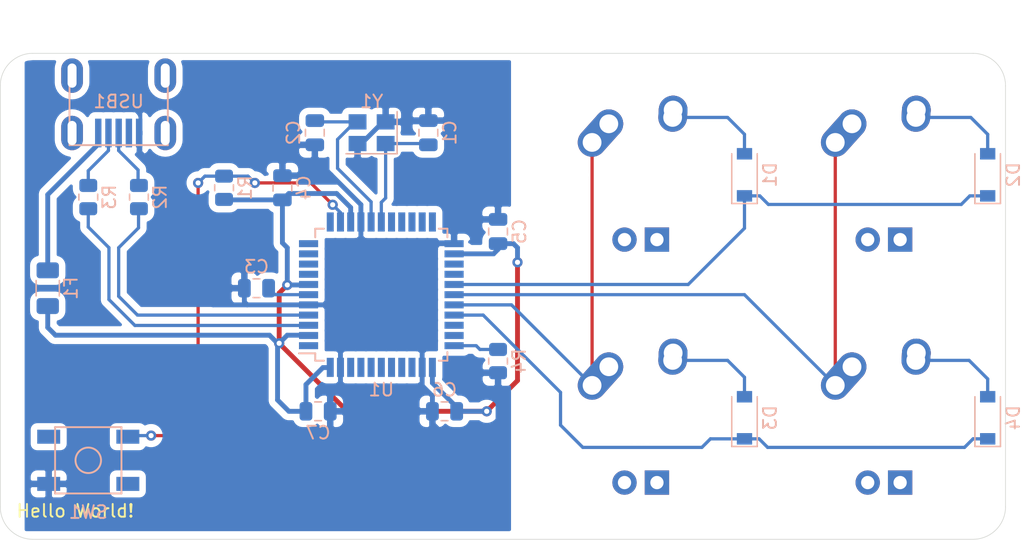
<source format=kicad_pcb>
(kicad_pcb (version 20171130) (host pcbnew "(5.1.12)-1")

  (general
    (thickness 1.6)
    (drawings 9)
    (tracks 204)
    (zones 0)
    (modules 24)
    (nets 45)
  )

  (page A4)
  (layers
    (0 F.Cu signal)
    (31 B.Cu signal)
    (32 B.Adhes user)
    (33 F.Adhes user)
    (34 B.Paste user)
    (35 F.Paste user)
    (36 B.SilkS user)
    (37 F.SilkS user)
    (38 B.Mask user)
    (39 F.Mask user)
    (40 Dwgs.User user)
    (41 Cmts.User user)
    (42 Eco1.User user)
    (43 Eco2.User user)
    (44 Edge.Cuts user)
    (45 Margin user)
    (46 B.CrtYd user)
    (47 F.CrtYd user)
    (48 B.Fab user)
    (49 F.Fab user)
  )

  (setup
    (last_trace_width 0.254)
    (trace_clearance 0.2)
    (zone_clearance 0.508)
    (zone_45_only no)
    (trace_min 0.2)
    (via_size 0.8)
    (via_drill 0.4)
    (via_min_size 0.4)
    (via_min_drill 0.3)
    (uvia_size 0.3)
    (uvia_drill 0.1)
    (uvias_allowed no)
    (uvia_min_size 0.2)
    (uvia_min_drill 0.1)
    (edge_width 0.05)
    (segment_width 0.2)
    (pcb_text_width 0.3)
    (pcb_text_size 1.5 1.5)
    (mod_edge_width 0.12)
    (mod_text_size 1 1)
    (mod_text_width 0.15)
    (pad_size 1.524 1.524)
    (pad_drill 0.762)
    (pad_to_mask_clearance 0)
    (aux_axis_origin 0 0)
    (visible_elements 7FFFFFFF)
    (pcbplotparams
      (layerselection 0x010f0_ffffffff)
      (usegerberextensions true)
      (usegerberattributes true)
      (usegerberadvancedattributes true)
      (creategerberjobfile false)
      (excludeedgelayer true)
      (linewidth 0.100000)
      (plotframeref false)
      (viasonmask false)
      (mode 1)
      (useauxorigin false)
      (hpglpennumber 1)
      (hpglpenspeed 20)
      (hpglpendiameter 15.000000)
      (psnegative false)
      (psa4output false)
      (plotreference true)
      (plotvalue true)
      (plotinvisibletext false)
      (padsonsilk false)
      (subtractmaskfromsilk true)
      (outputformat 1)
      (mirror false)
      (drillshape 0)
      (scaleselection 1)
      (outputdirectory "Gerbers"))
  )

  (net 0 "")
  (net 1 GND)
  (net 2 "Net-(C1-Pad1)")
  (net 3 "Net-(C2-Pad1)")
  (net 4 "Net-(C3-Pad1)")
  (net 5 +5V)
  (net 6 "Net-(D1-Pad2)")
  (net 7 ROW0)
  (net 8 "Net-(D2-Pad2)")
  (net 9 "Net-(D3-Pad2)")
  (net 10 ROW1)
  (net 11 "Net-(D4-Pad2)")
  (net 12 VCC)
  (net 13 COL0)
  (net 14 COL1)
  (net 15 "Net-(R1-Pad2)")
  (net 16 D+)
  (net 17 "Net-(R2-Pad1)")
  (net 18 D-)
  (net 19 "Net-(R3-Pad1)")
  (net 20 "Net-(R4-Pad2)")
  (net 21 "Net-(U1-Pad42)")
  (net 22 "Net-(U1-Pad41)")
  (net 23 "Net-(U1-Pad40)")
  (net 24 "Net-(U1-Pad39)")
  (net 25 "Net-(U1-Pad38)")
  (net 26 "Net-(U1-Pad37)")
  (net 27 "Net-(U1-Pad36)")
  (net 28 "Net-(U1-Pad32)")
  (net 29 "Net-(U1-Pad31)")
  (net 30 "Net-(U1-Pad26)")
  (net 31 "Net-(U1-Pad25)")
  (net 32 "Net-(U1-Pad22)")
  (net 33 "Net-(U1-Pad21)")
  (net 34 "Net-(U1-Pad20)")
  (net 35 "Net-(U1-Pad19)")
  (net 36 "Net-(U1-Pad18)")
  (net 37 "Net-(U1-Pad12)")
  (net 38 "Net-(U1-Pad11)")
  (net 39 "Net-(U1-Pad10)")
  (net 40 "Net-(U1-Pad9)")
  (net 41 "Net-(U1-Pad8)")
  (net 42 "Net-(U1-Pad1)")
  (net 43 "Net-(USB1-Pad6)")
  (net 44 "Net-(USB1-Pad2)")

  (net_class Default "This is the default net class."
    (clearance 0.2)
    (trace_width 0.254)
    (via_dia 0.8)
    (via_drill 0.4)
    (uvia_dia 0.3)
    (uvia_drill 0.1)
    (add_net COL0)
    (add_net COL1)
    (add_net D+)
    (add_net D-)
    (add_net "Net-(C1-Pad1)")
    (add_net "Net-(C2-Pad1)")
    (add_net "Net-(C3-Pad1)")
    (add_net "Net-(D1-Pad2)")
    (add_net "Net-(D2-Pad2)")
    (add_net "Net-(D3-Pad2)")
    (add_net "Net-(D4-Pad2)")
    (add_net "Net-(R1-Pad2)")
    (add_net "Net-(R2-Pad1)")
    (add_net "Net-(R3-Pad1)")
    (add_net "Net-(R4-Pad2)")
    (add_net "Net-(U1-Pad1)")
    (add_net "Net-(U1-Pad10)")
    (add_net "Net-(U1-Pad11)")
    (add_net "Net-(U1-Pad12)")
    (add_net "Net-(U1-Pad18)")
    (add_net "Net-(U1-Pad19)")
    (add_net "Net-(U1-Pad20)")
    (add_net "Net-(U1-Pad21)")
    (add_net "Net-(U1-Pad22)")
    (add_net "Net-(U1-Pad25)")
    (add_net "Net-(U1-Pad26)")
    (add_net "Net-(U1-Pad31)")
    (add_net "Net-(U1-Pad32)")
    (add_net "Net-(U1-Pad36)")
    (add_net "Net-(U1-Pad37)")
    (add_net "Net-(U1-Pad38)")
    (add_net "Net-(U1-Pad39)")
    (add_net "Net-(U1-Pad40)")
    (add_net "Net-(U1-Pad41)")
    (add_net "Net-(U1-Pad42)")
    (add_net "Net-(U1-Pad8)")
    (add_net "Net-(U1-Pad9)")
    (add_net "Net-(USB1-Pad2)")
    (add_net "Net-(USB1-Pad6)")
    (add_net ROW0)
    (add_net ROW1)
  )

  (net_class Power ""
    (clearance 0.2)
    (trace_width 0.381)
    (via_dia 0.8)
    (via_drill 0.4)
    (uvia_dia 0.3)
    (uvia_drill 0.1)
    (add_net +5V)
    (add_net GND)
    (add_net VCC)
  )

  (module Crystal:Crystal_SMD_3225-4Pin_3.2x2.5mm (layer B.Cu) (tedit 5A0FD1B2) (tstamp 62562949)
    (at 74.803 79.883 180)
    (descr "SMD Crystal SERIES SMD3225/4 http://www.txccrystal.com/images/pdf/7m-accuracy.pdf, 3.2x2.5mm^2 package")
    (tags "SMD SMT crystal")
    (path /6254F837)
    (attr smd)
    (fp_text reference Y1 (at 0 2.45) (layer B.SilkS)
      (effects (font (size 1 1) (thickness 0.15)) (justify mirror))
    )
    (fp_text value Crystal_GND24_Small (at 0 -2.45) (layer B.Fab)
      (effects (font (size 1 1) (thickness 0.15)) (justify mirror))
    )
    (fp_line (start -1.6 1.25) (end -1.6 -1.25) (layer B.Fab) (width 0.1))
    (fp_line (start -1.6 -1.25) (end 1.6 -1.25) (layer B.Fab) (width 0.1))
    (fp_line (start 1.6 -1.25) (end 1.6 1.25) (layer B.Fab) (width 0.1))
    (fp_line (start 1.6 1.25) (end -1.6 1.25) (layer B.Fab) (width 0.1))
    (fp_line (start -1.6 -0.25) (end -0.6 -1.25) (layer B.Fab) (width 0.1))
    (fp_line (start -2 1.65) (end -2 -1.65) (layer B.SilkS) (width 0.12))
    (fp_line (start -2 -1.65) (end 2 -1.65) (layer B.SilkS) (width 0.12))
    (fp_line (start -2.1 1.7) (end -2.1 -1.7) (layer B.CrtYd) (width 0.05))
    (fp_line (start -2.1 -1.7) (end 2.1 -1.7) (layer B.CrtYd) (width 0.05))
    (fp_line (start 2.1 -1.7) (end 2.1 1.7) (layer B.CrtYd) (width 0.05))
    (fp_line (start 2.1 1.7) (end -2.1 1.7) (layer B.CrtYd) (width 0.05))
    (fp_text user %R (at 0 0) (layer B.Fab)
      (effects (font (size 0.7 0.7) (thickness 0.105)) (justify mirror))
    )
    (pad 4 smd rect (at -1.1 0.85 180) (size 1.4 1.2) (layers B.Cu B.Paste B.Mask)
      (net 1 GND))
    (pad 3 smd rect (at 1.1 0.85 180) (size 1.4 1.2) (layers B.Cu B.Paste B.Mask)
      (net 3 "Net-(C2-Pad1)"))
    (pad 2 smd rect (at 1.1 -0.85 180) (size 1.4 1.2) (layers B.Cu B.Paste B.Mask)
      (net 1 GND))
    (pad 1 smd rect (at -1.1 -0.85 180) (size 1.4 1.2) (layers B.Cu B.Paste B.Mask)
      (net 2 "Net-(C1-Pad1)"))
    (model ${KISYS3DMOD}/Crystal.3dshapes/Crystal_SMD_3225-4Pin_3.2x2.5mm.wrl
      (at (xyz 0 0 0))
      (scale (xyz 1 1 1))
      (rotate (xyz 0 0 0))
    )
  )

  (module random-keyboard-parts:Molex-0548190589 (layer B.Cu) (tedit 5C494815) (tstamp 62560A86)
    (at 54.991 75.40625 270)
    (path /6254C77B)
    (attr smd)
    (fp_text reference USB1 (at 2.032 0 180) (layer B.SilkS)
      (effects (font (size 1 1) (thickness 0.15)) (justify mirror))
    )
    (fp_text value Molex-0548190589 (at -5.08 0 180) (layer Dwgs.User)
      (effects (font (size 1 1) (thickness 0.15)))
    )
    (fp_line (start -3.75 3.85) (end -3.75 -3.85) (layer Dwgs.User) (width 0.15))
    (fp_line (start -1.75 4.572) (end -1.75 -4.572) (layer Dwgs.User) (width 0.15))
    (fp_line (start -3.75 -3.85) (end 0 -3.85) (layer Dwgs.User) (width 0.15))
    (fp_line (start -3.75 3.85) (end 0 3.85) (layer Dwgs.User) (width 0.15))
    (fp_line (start 5.45 3.85) (end 5.45 -3.85) (layer B.SilkS) (width 0.15))
    (fp_line (start 0 -3.85) (end 5.45 -3.85) (layer B.SilkS) (width 0.15))
    (fp_line (start 0 3.85) (end 5.45 3.85) (layer B.SilkS) (width 0.15))
    (fp_line (start -3.75 3.75) (end 5.5 3.75) (layer B.CrtYd) (width 0.15))
    (fp_line (start 5.5 3.75) (end 5.5 -3.75) (layer B.CrtYd) (width 0.15))
    (fp_line (start 5.5 -3.75) (end -3.75 -3.75) (layer B.CrtYd) (width 0.15))
    (fp_line (start -3.75 -3.75) (end -3.75 3.75) (layer B.CrtYd) (width 0.15))
    (fp_line (start 5.5 2) (end 3.25 2) (layer B.CrtYd) (width 0.15))
    (fp_line (start 3.25 2) (end 3.25 -2) (layer B.CrtYd) (width 0.15))
    (fp_line (start 3.25 -2) (end 5.5 -2) (layer B.CrtYd) (width 0.15))
    (fp_line (start 5.5 -1.25) (end 3.25 -1.25) (layer B.CrtYd) (width 0.15))
    (fp_line (start 3.25 -0.5) (end 5.5 -0.5) (layer B.CrtYd) (width 0.15))
    (fp_line (start 5.5 0.5) (end 3.25 0.5) (layer B.CrtYd) (width 0.15))
    (fp_line (start 3.25 1.25) (end 5.5 1.25) (layer B.CrtYd) (width 0.15))
    (fp_text user %R (at 2 0 180) (layer B.CrtYd)
      (effects (font (size 1 1) (thickness 0.15)) (justify mirror))
    )
    (pad 6 thru_hole oval (at 0 3.65 270) (size 2.7 1.7) (drill oval 1.9 0.7) (layers *.Cu *.Mask)
      (net 43 "Net-(USB1-Pad6)"))
    (pad 6 thru_hole oval (at 0 -3.65 270) (size 2.7 1.7) (drill oval 1.9 0.7) (layers *.Cu *.Mask)
      (net 43 "Net-(USB1-Pad6)"))
    (pad 6 thru_hole oval (at 4.5 -3.65 270) (size 2.7 1.7) (drill oval 1.9 0.7) (layers *.Cu *.Mask)
      (net 43 "Net-(USB1-Pad6)"))
    (pad 6 thru_hole oval (at 4.5 3.65 270) (size 2.7 1.7) (drill oval 1.9 0.7) (layers *.Cu *.Mask)
      (net 43 "Net-(USB1-Pad6)"))
    (pad 5 smd rect (at 4.5 1.6 270) (size 2.25 0.5) (layers B.Cu B.Paste B.Mask)
      (net 12 VCC))
    (pad 4 smd rect (at 4.5 0.8 270) (size 2.25 0.5) (layers B.Cu B.Paste B.Mask)
      (net 18 D-))
    (pad 3 smd rect (at 4.5 0 270) (size 2.25 0.5) (layers B.Cu B.Paste B.Mask)
      (net 16 D+))
    (pad 2 smd rect (at 4.5 -0.8 270) (size 2.25 0.5) (layers B.Cu B.Paste B.Mask)
      (net 44 "Net-(USB1-Pad2)"))
    (pad 1 smd rect (at 4.5 -1.6 270) (size 2.25 0.5) (layers B.Cu B.Paste B.Mask)
      (net 1 GND))
  )

  (module Package_QFP:TQFP-44_10x10mm_P0.8mm (layer B.Cu) (tedit 5A02F146) (tstamp 62562732)
    (at 75.565 92.583)
    (descr "44-Lead Plastic Thin Quad Flatpack (PT) - 10x10x1.0 mm Body [TQFP] (see Microchip Packaging Specification 00000049BS.pdf)")
    (tags "QFP 0.8")
    (path /625376C6)
    (attr smd)
    (fp_text reference U1 (at 0 7.45) (layer B.SilkS)
      (effects (font (size 1 1) (thickness 0.15)) (justify mirror))
    )
    (fp_text value ATmega32U4-AU (at 0 -7.45) (layer B.Fab)
      (effects (font (size 1 1) (thickness 0.15)) (justify mirror))
    )
    (fp_line (start -4 5) (end 5 5) (layer B.Fab) (width 0.15))
    (fp_line (start 5 5) (end 5 -5) (layer B.Fab) (width 0.15))
    (fp_line (start 5 -5) (end -5 -5) (layer B.Fab) (width 0.15))
    (fp_line (start -5 -5) (end -5 4) (layer B.Fab) (width 0.15))
    (fp_line (start -5 4) (end -4 5) (layer B.Fab) (width 0.15))
    (fp_line (start -6.7 6.7) (end -6.7 -6.7) (layer B.CrtYd) (width 0.05))
    (fp_line (start 6.7 6.7) (end 6.7 -6.7) (layer B.CrtYd) (width 0.05))
    (fp_line (start -6.7 6.7) (end 6.7 6.7) (layer B.CrtYd) (width 0.05))
    (fp_line (start -6.7 -6.7) (end 6.7 -6.7) (layer B.CrtYd) (width 0.05))
    (fp_line (start -5.175 5.175) (end -5.175 4.6) (layer B.SilkS) (width 0.15))
    (fp_line (start 5.175 5.175) (end 5.175 4.5) (layer B.SilkS) (width 0.15))
    (fp_line (start 5.175 -5.175) (end 5.175 -4.5) (layer B.SilkS) (width 0.15))
    (fp_line (start -5.175 -5.175) (end -5.175 -4.5) (layer B.SilkS) (width 0.15))
    (fp_line (start -5.175 5.175) (end -4.5 5.175) (layer B.SilkS) (width 0.15))
    (fp_line (start -5.175 -5.175) (end -4.5 -5.175) (layer B.SilkS) (width 0.15))
    (fp_line (start 5.175 -5.175) (end 4.5 -5.175) (layer B.SilkS) (width 0.15))
    (fp_line (start 5.175 5.175) (end 4.5 5.175) (layer B.SilkS) (width 0.15))
    (fp_line (start -5.175 4.6) (end -6.45 4.6) (layer B.SilkS) (width 0.15))
    (fp_text user %R (at 0 0) (layer B.Fab)
      (effects (font (size 1 1) (thickness 0.15)) (justify mirror))
    )
    (pad 44 smd rect (at -4 5.7 270) (size 1.5 0.55) (layers B.Cu B.Paste B.Mask)
      (net 5 +5V))
    (pad 43 smd rect (at -3.2 5.7 270) (size 1.5 0.55) (layers B.Cu B.Paste B.Mask)
      (net 1 GND))
    (pad 42 smd rect (at -2.4 5.7 270) (size 1.5 0.55) (layers B.Cu B.Paste B.Mask)
      (net 21 "Net-(U1-Pad42)"))
    (pad 41 smd rect (at -1.6 5.7 270) (size 1.5 0.55) (layers B.Cu B.Paste B.Mask)
      (net 22 "Net-(U1-Pad41)"))
    (pad 40 smd rect (at -0.8 5.7 270) (size 1.5 0.55) (layers B.Cu B.Paste B.Mask)
      (net 23 "Net-(U1-Pad40)"))
    (pad 39 smd rect (at 0 5.7 270) (size 1.5 0.55) (layers B.Cu B.Paste B.Mask)
      (net 24 "Net-(U1-Pad39)"))
    (pad 38 smd rect (at 0.8 5.7 270) (size 1.5 0.55) (layers B.Cu B.Paste B.Mask)
      (net 25 "Net-(U1-Pad38)"))
    (pad 37 smd rect (at 1.6 5.7 270) (size 1.5 0.55) (layers B.Cu B.Paste B.Mask)
      (net 26 "Net-(U1-Pad37)"))
    (pad 36 smd rect (at 2.4 5.7 270) (size 1.5 0.55) (layers B.Cu B.Paste B.Mask)
      (net 27 "Net-(U1-Pad36)"))
    (pad 35 smd rect (at 3.2 5.7 270) (size 1.5 0.55) (layers B.Cu B.Paste B.Mask)
      (net 1 GND))
    (pad 34 smd rect (at 4 5.7 270) (size 1.5 0.55) (layers B.Cu B.Paste B.Mask)
      (net 5 +5V))
    (pad 33 smd rect (at 5.7 4) (size 1.5 0.55) (layers B.Cu B.Paste B.Mask)
      (net 20 "Net-(R4-Pad2)"))
    (pad 32 smd rect (at 5.7 3.2) (size 1.5 0.55) (layers B.Cu B.Paste B.Mask)
      (net 28 "Net-(U1-Pad32)"))
    (pad 31 smd rect (at 5.7 2.4) (size 1.5 0.55) (layers B.Cu B.Paste B.Mask)
      (net 29 "Net-(U1-Pad31)"))
    (pad 30 smd rect (at 5.7 1.6) (size 1.5 0.55) (layers B.Cu B.Paste B.Mask)
      (net 10 ROW1))
    (pad 29 smd rect (at 5.7 0.8) (size 1.5 0.55) (layers B.Cu B.Paste B.Mask)
      (net 13 COL0))
    (pad 28 smd rect (at 5.7 0) (size 1.5 0.55) (layers B.Cu B.Paste B.Mask)
      (net 14 COL1))
    (pad 27 smd rect (at 5.7 -0.8) (size 1.5 0.55) (layers B.Cu B.Paste B.Mask)
      (net 7 ROW0))
    (pad 26 smd rect (at 5.7 -1.6) (size 1.5 0.55) (layers B.Cu B.Paste B.Mask)
      (net 30 "Net-(U1-Pad26)"))
    (pad 25 smd rect (at 5.7 -2.4) (size 1.5 0.55) (layers B.Cu B.Paste B.Mask)
      (net 31 "Net-(U1-Pad25)"))
    (pad 24 smd rect (at 5.7 -3.2) (size 1.5 0.55) (layers B.Cu B.Paste B.Mask)
      (net 5 +5V))
    (pad 23 smd rect (at 5.7 -4) (size 1.5 0.55) (layers B.Cu B.Paste B.Mask)
      (net 1 GND))
    (pad 22 smd rect (at 4 -5.7 270) (size 1.5 0.55) (layers B.Cu B.Paste B.Mask)
      (net 32 "Net-(U1-Pad22)"))
    (pad 21 smd rect (at 3.2 -5.7 270) (size 1.5 0.55) (layers B.Cu B.Paste B.Mask)
      (net 33 "Net-(U1-Pad21)"))
    (pad 20 smd rect (at 2.4 -5.7 270) (size 1.5 0.55) (layers B.Cu B.Paste B.Mask)
      (net 34 "Net-(U1-Pad20)"))
    (pad 19 smd rect (at 1.6 -5.7 270) (size 1.5 0.55) (layers B.Cu B.Paste B.Mask)
      (net 35 "Net-(U1-Pad19)"))
    (pad 18 smd rect (at 0.8 -5.7 270) (size 1.5 0.55) (layers B.Cu B.Paste B.Mask)
      (net 36 "Net-(U1-Pad18)"))
    (pad 17 smd rect (at 0 -5.7 270) (size 1.5 0.55) (layers B.Cu B.Paste B.Mask)
      (net 2 "Net-(C1-Pad1)"))
    (pad 16 smd rect (at -0.8 -5.7 270) (size 1.5 0.55) (layers B.Cu B.Paste B.Mask)
      (net 3 "Net-(C2-Pad1)"))
    (pad 15 smd rect (at -1.6 -5.7 270) (size 1.5 0.55) (layers B.Cu B.Paste B.Mask)
      (net 1 GND))
    (pad 14 smd rect (at -2.4 -5.7 270) (size 1.5 0.55) (layers B.Cu B.Paste B.Mask)
      (net 5 +5V))
    (pad 13 smd rect (at -3.2 -5.7 270) (size 1.5 0.55) (layers B.Cu B.Paste B.Mask)
      (net 15 "Net-(R1-Pad2)"))
    (pad 12 smd rect (at -4 -5.7 270) (size 1.5 0.55) (layers B.Cu B.Paste B.Mask)
      (net 37 "Net-(U1-Pad12)"))
    (pad 11 smd rect (at -5.7 -4) (size 1.5 0.55) (layers B.Cu B.Paste B.Mask)
      (net 38 "Net-(U1-Pad11)"))
    (pad 10 smd rect (at -5.7 -3.2) (size 1.5 0.55) (layers B.Cu B.Paste B.Mask)
      (net 39 "Net-(U1-Pad10)"))
    (pad 9 smd rect (at -5.7 -2.4) (size 1.5 0.55) (layers B.Cu B.Paste B.Mask)
      (net 40 "Net-(U1-Pad9)"))
    (pad 8 smd rect (at -5.7 -1.6) (size 1.5 0.55) (layers B.Cu B.Paste B.Mask)
      (net 41 "Net-(U1-Pad8)"))
    (pad 7 smd rect (at -5.7 -0.8) (size 1.5 0.55) (layers B.Cu B.Paste B.Mask)
      (net 5 +5V))
    (pad 6 smd rect (at -5.7 0) (size 1.5 0.55) (layers B.Cu B.Paste B.Mask)
      (net 4 "Net-(C3-Pad1)"))
    (pad 5 smd rect (at -5.7 0.8) (size 1.5 0.55) (layers B.Cu B.Paste B.Mask)
      (net 1 GND))
    (pad 4 smd rect (at -5.7 1.6) (size 1.5 0.55) (layers B.Cu B.Paste B.Mask)
      (net 17 "Net-(R2-Pad1)"))
    (pad 3 smd rect (at -5.7 2.4) (size 1.5 0.55) (layers B.Cu B.Paste B.Mask)
      (net 19 "Net-(R3-Pad1)"))
    (pad 2 smd rect (at -5.7 3.2) (size 1.5 0.55) (layers B.Cu B.Paste B.Mask)
      (net 5 +5V))
    (pad 1 smd rect (at -5.7 4) (size 1.5 0.55) (layers B.Cu B.Paste B.Mask)
      (net 42 "Net-(U1-Pad1)"))
    (model ${KISYS3DMOD}/Package_QFP.3dshapes/TQFP-44_10x10mm_P0.8mm.wrl
      (at (xyz 0 0 0))
      (scale (xyz 1 1 1))
      (rotate (xyz 0 0 0))
    )
  )

  (module random-keyboard-parts:SKQG-1155865 (layer B.Cu) (tedit 5E62B398) (tstamp 62560A23)
    (at 52.60975 105.56875 180)
    (path /6255734B)
    (attr smd)
    (fp_text reference SW1 (at 0 -4.064) (layer B.SilkS)
      (effects (font (size 1 1) (thickness 0.15)) (justify mirror))
    )
    (fp_text value SW_Push (at 0 4.064) (layer B.Fab)
      (effects (font (size 1 1) (thickness 0.15)) (justify mirror))
    )
    (fp_line (start -2.6 -1.1) (end -1.1 -2.6) (layer B.Fab) (width 0.15))
    (fp_line (start 2.6 -1.1) (end 1.1 -2.6) (layer B.Fab) (width 0.15))
    (fp_line (start 2.6 1.1) (end 1.1 2.6) (layer B.Fab) (width 0.15))
    (fp_line (start -2.6 1.1) (end -1.1 2.6) (layer B.Fab) (width 0.15))
    (fp_circle (center 0 0) (end 1 0) (layer B.Fab) (width 0.15))
    (fp_line (start -4.2 1.1) (end -4.2 2.6) (layer B.Fab) (width 0.15))
    (fp_line (start -2.6 1.1) (end -4.2 1.1) (layer B.Fab) (width 0.15))
    (fp_line (start -2.6 -1.1) (end -2.6 1.1) (layer B.Fab) (width 0.15))
    (fp_line (start -4.2 -1.1) (end -2.6 -1.1) (layer B.Fab) (width 0.15))
    (fp_line (start -4.2 -2.6) (end -4.2 -1.1) (layer B.Fab) (width 0.15))
    (fp_line (start 4.2 -2.6) (end -4.2 -2.6) (layer B.Fab) (width 0.15))
    (fp_line (start 4.2 -1.1) (end 4.2 -2.6) (layer B.Fab) (width 0.15))
    (fp_line (start 2.6 -1.1) (end 4.2 -1.1) (layer B.Fab) (width 0.15))
    (fp_line (start 2.6 1.1) (end 2.6 -1.1) (layer B.Fab) (width 0.15))
    (fp_line (start 4.2 1.1) (end 2.6 1.1) (layer B.Fab) (width 0.15))
    (fp_line (start 4.2 2.6) (end 4.2 1.2) (layer B.Fab) (width 0.15))
    (fp_line (start -4.2 2.6) (end 4.2 2.6) (layer B.Fab) (width 0.15))
    (fp_circle (center 0 0) (end 1 0) (layer B.SilkS) (width 0.15))
    (fp_line (start -2.6 -2.6) (end -2.6 2.6) (layer B.SilkS) (width 0.15))
    (fp_line (start 2.6 -2.6) (end -2.6 -2.6) (layer B.SilkS) (width 0.15))
    (fp_line (start 2.6 2.6) (end 2.6 -2.6) (layer B.SilkS) (width 0.15))
    (fp_line (start -2.6 2.6) (end 2.6 2.6) (layer B.SilkS) (width 0.15))
    (pad 4 smd rect (at -3.1 -1.85 180) (size 1.8 1.1) (layers B.Cu B.Paste B.Mask))
    (pad 3 smd rect (at 3.1 1.85 180) (size 1.8 1.1) (layers B.Cu B.Paste B.Mask))
    (pad 2 smd rect (at -3.1 1.85 180) (size 1.8 1.1) (layers B.Cu B.Paste B.Mask)
      (net 15 "Net-(R1-Pad2)"))
    (pad 1 smd rect (at 3.1 -1.85 180) (size 1.8 1.1) (layers B.Cu B.Paste B.Mask)
      (net 1 GND))
    (model ${KISYS3DMOD}/Button_Switch_SMD.3dshapes/SW_SPST_TL3342.step
      (at (xyz 0 0 0))
      (scale (xyz 1 1 1))
      (rotate (xyz 0 0 0))
    )
  )

  (module Resistor_SMD:R_0805_2012Metric (layer B.Cu) (tedit 5F68FEEE) (tstamp 62560A05)
    (at 84.709 97.79 90)
    (descr "Resistor SMD 0805 (2012 Metric), square (rectangular) end terminal, IPC_7351 nominal, (Body size source: IPC-SM-782 page 72, https://www.pcb-3d.com/wordpress/wp-content/uploads/ipc-sm-782a_amendment_1_and_2.pdf), generated with kicad-footprint-generator")
    (tags resistor)
    (path /625422A1)
    (attr smd)
    (fp_text reference R4 (at 0 1.65 90) (layer B.SilkS)
      (effects (font (size 1 1) (thickness 0.15)) (justify mirror))
    )
    (fp_text value 10k (at 0 -1.65 90) (layer B.Fab)
      (effects (font (size 1 1) (thickness 0.15)) (justify mirror))
    )
    (fp_line (start -1 -0.625) (end -1 0.625) (layer B.Fab) (width 0.1))
    (fp_line (start -1 0.625) (end 1 0.625) (layer B.Fab) (width 0.1))
    (fp_line (start 1 0.625) (end 1 -0.625) (layer B.Fab) (width 0.1))
    (fp_line (start 1 -0.625) (end -1 -0.625) (layer B.Fab) (width 0.1))
    (fp_line (start -0.227064 0.735) (end 0.227064 0.735) (layer B.SilkS) (width 0.12))
    (fp_line (start -0.227064 -0.735) (end 0.227064 -0.735) (layer B.SilkS) (width 0.12))
    (fp_line (start -1.68 -0.95) (end -1.68 0.95) (layer B.CrtYd) (width 0.05))
    (fp_line (start -1.68 0.95) (end 1.68 0.95) (layer B.CrtYd) (width 0.05))
    (fp_line (start 1.68 0.95) (end 1.68 -0.95) (layer B.CrtYd) (width 0.05))
    (fp_line (start 1.68 -0.95) (end -1.68 -0.95) (layer B.CrtYd) (width 0.05))
    (fp_text user %R (at 0 0 90) (layer B.Fab)
      (effects (font (size 0.5 0.5) (thickness 0.08)) (justify mirror))
    )
    (pad 2 smd roundrect (at 0.9125 0 90) (size 1.025 1.4) (layers B.Cu B.Paste B.Mask) (roundrect_rratio 0.2439014634146341)
      (net 20 "Net-(R4-Pad2)"))
    (pad 1 smd roundrect (at -0.9125 0 90) (size 1.025 1.4) (layers B.Cu B.Paste B.Mask) (roundrect_rratio 0.2439014634146341)
      (net 1 GND))
    (model ${KISYS3DMOD}/Resistor_SMD.3dshapes/R_0805_2012Metric.wrl
      (at (xyz 0 0 0))
      (scale (xyz 1 1 1))
      (rotate (xyz 0 0 0))
    )
  )

  (module Resistor_SMD:R_0805_2012Metric (layer B.Cu) (tedit 5F68FEEE) (tstamp 625609F4)
    (at 52.60975 84.93125 90)
    (descr "Resistor SMD 0805 (2012 Metric), square (rectangular) end terminal, IPC_7351 nominal, (Body size source: IPC-SM-782 page 72, https://www.pcb-3d.com/wordpress/wp-content/uploads/ipc-sm-782a_amendment_1_and_2.pdf), generated with kicad-footprint-generator")
    (tags resistor)
    (path /62543CC5)
    (attr smd)
    (fp_text reference R3 (at 0 1.65 90) (layer B.SilkS)
      (effects (font (size 1 1) (thickness 0.15)) (justify mirror))
    )
    (fp_text value 22 (at 0 -1.65 90) (layer B.Fab)
      (effects (font (size 1 1) (thickness 0.15)) (justify mirror))
    )
    (fp_line (start -1 -0.625) (end -1 0.625) (layer B.Fab) (width 0.1))
    (fp_line (start -1 0.625) (end 1 0.625) (layer B.Fab) (width 0.1))
    (fp_line (start 1 0.625) (end 1 -0.625) (layer B.Fab) (width 0.1))
    (fp_line (start 1 -0.625) (end -1 -0.625) (layer B.Fab) (width 0.1))
    (fp_line (start -0.227064 0.735) (end 0.227064 0.735) (layer B.SilkS) (width 0.12))
    (fp_line (start -0.227064 -0.735) (end 0.227064 -0.735) (layer B.SilkS) (width 0.12))
    (fp_line (start -1.68 -0.95) (end -1.68 0.95) (layer B.CrtYd) (width 0.05))
    (fp_line (start -1.68 0.95) (end 1.68 0.95) (layer B.CrtYd) (width 0.05))
    (fp_line (start 1.68 0.95) (end 1.68 -0.95) (layer B.CrtYd) (width 0.05))
    (fp_line (start 1.68 -0.95) (end -1.68 -0.95) (layer B.CrtYd) (width 0.05))
    (fp_text user %R (at 0 0 90) (layer B.Fab)
      (effects (font (size 0.5 0.5) (thickness 0.08)) (justify mirror))
    )
    (pad 2 smd roundrect (at 0.9125 0 90) (size 1.025 1.4) (layers B.Cu B.Paste B.Mask) (roundrect_rratio 0.2439014634146341)
      (net 18 D-))
    (pad 1 smd roundrect (at -0.9125 0 90) (size 1.025 1.4) (layers B.Cu B.Paste B.Mask) (roundrect_rratio 0.2439014634146341)
      (net 19 "Net-(R3-Pad1)"))
    (model ${KISYS3DMOD}/Resistor_SMD.3dshapes/R_0805_2012Metric.wrl
      (at (xyz 0 0 0))
      (scale (xyz 1 1 1))
      (rotate (xyz 0 0 0))
    )
  )

  (module Resistor_SMD:R_0805_2012Metric (layer B.Cu) (tedit 5F68FEEE) (tstamp 62562100)
    (at 56.5785 84.93125 90)
    (descr "Resistor SMD 0805 (2012 Metric), square (rectangular) end terminal, IPC_7351 nominal, (Body size source: IPC-SM-782 page 72, https://www.pcb-3d.com/wordpress/wp-content/uploads/ipc-sm-782a_amendment_1_and_2.pdf), generated with kicad-footprint-generator")
    (tags resistor)
    (path /625435E8)
    (attr smd)
    (fp_text reference R2 (at 0 1.65 90) (layer B.SilkS)
      (effects (font (size 1 1) (thickness 0.15)) (justify mirror))
    )
    (fp_text value 22 (at 0 -1.65 90) (layer B.Fab)
      (effects (font (size 1 1) (thickness 0.15)) (justify mirror))
    )
    (fp_line (start -1 -0.625) (end -1 0.625) (layer B.Fab) (width 0.1))
    (fp_line (start -1 0.625) (end 1 0.625) (layer B.Fab) (width 0.1))
    (fp_line (start 1 0.625) (end 1 -0.625) (layer B.Fab) (width 0.1))
    (fp_line (start 1 -0.625) (end -1 -0.625) (layer B.Fab) (width 0.1))
    (fp_line (start -0.227064 0.735) (end 0.227064 0.735) (layer B.SilkS) (width 0.12))
    (fp_line (start -0.227064 -0.735) (end 0.227064 -0.735) (layer B.SilkS) (width 0.12))
    (fp_line (start -1.68 -0.95) (end -1.68 0.95) (layer B.CrtYd) (width 0.05))
    (fp_line (start -1.68 0.95) (end 1.68 0.95) (layer B.CrtYd) (width 0.05))
    (fp_line (start 1.68 0.95) (end 1.68 -0.95) (layer B.CrtYd) (width 0.05))
    (fp_line (start 1.68 -0.95) (end -1.68 -0.95) (layer B.CrtYd) (width 0.05))
    (fp_text user %R (at 0 0 90) (layer B.Fab)
      (effects (font (size 0.5 0.5) (thickness 0.08)) (justify mirror))
    )
    (pad 2 smd roundrect (at 0.9125 0 90) (size 1.025 1.4) (layers B.Cu B.Paste B.Mask) (roundrect_rratio 0.2439014634146341)
      (net 16 D+))
    (pad 1 smd roundrect (at -0.9125 0 90) (size 1.025 1.4) (layers B.Cu B.Paste B.Mask) (roundrect_rratio 0.2439014634146341)
      (net 17 "Net-(R2-Pad1)"))
    (model ${KISYS3DMOD}/Resistor_SMD.3dshapes/R_0805_2012Metric.wrl
      (at (xyz 0 0 0))
      (scale (xyz 1 1 1))
      (rotate (xyz 0 0 0))
    )
  )

  (module Resistor_SMD:R_0805_2012Metric (layer B.Cu) (tedit 5F68FEEE) (tstamp 62562886)
    (at 63.246 84.201 90)
    (descr "Resistor SMD 0805 (2012 Metric), square (rectangular) end terminal, IPC_7351 nominal, (Body size source: IPC-SM-782 page 72, https://www.pcb-3d.com/wordpress/wp-content/uploads/ipc-sm-782a_amendment_1_and_2.pdf), generated with kicad-footprint-generator")
    (tags resistor)
    (path /6255C81A)
    (attr smd)
    (fp_text reference R1 (at 0 1.65 90) (layer B.SilkS)
      (effects (font (size 1 1) (thickness 0.15)) (justify mirror))
    )
    (fp_text value 10k (at 0 -1.65 90) (layer B.Fab)
      (effects (font (size 1 1) (thickness 0.15)) (justify mirror))
    )
    (fp_line (start -1 -0.625) (end -1 0.625) (layer B.Fab) (width 0.1))
    (fp_line (start -1 0.625) (end 1 0.625) (layer B.Fab) (width 0.1))
    (fp_line (start 1 0.625) (end 1 -0.625) (layer B.Fab) (width 0.1))
    (fp_line (start 1 -0.625) (end -1 -0.625) (layer B.Fab) (width 0.1))
    (fp_line (start -0.227064 0.735) (end 0.227064 0.735) (layer B.SilkS) (width 0.12))
    (fp_line (start -0.227064 -0.735) (end 0.227064 -0.735) (layer B.SilkS) (width 0.12))
    (fp_line (start -1.68 -0.95) (end -1.68 0.95) (layer B.CrtYd) (width 0.05))
    (fp_line (start -1.68 0.95) (end 1.68 0.95) (layer B.CrtYd) (width 0.05))
    (fp_line (start 1.68 0.95) (end 1.68 -0.95) (layer B.CrtYd) (width 0.05))
    (fp_line (start 1.68 -0.95) (end -1.68 -0.95) (layer B.CrtYd) (width 0.05))
    (fp_text user %R (at 0 0 90) (layer B.Fab)
      (effects (font (size 0.5 0.5) (thickness 0.08)) (justify mirror))
    )
    (pad 2 smd roundrect (at 0.9125 0 90) (size 1.025 1.4) (layers B.Cu B.Paste B.Mask) (roundrect_rratio 0.2439014634146341)
      (net 15 "Net-(R1-Pad2)"))
    (pad 1 smd roundrect (at -0.9125 0 90) (size 1.025 1.4) (layers B.Cu B.Paste B.Mask) (roundrect_rratio 0.2439014634146341)
      (net 5 +5V))
    (model ${KISYS3DMOD}/Resistor_SMD.3dshapes/R_0805_2012Metric.wrl
      (at (xyz 0 0 0))
      (scale (xyz 1 1 1))
      (rotate (xyz 0 0 0))
    )
  )

  (module MX_Alps_Hybrid:MX-1U (layer F.Cu) (tedit 5A9F3A9A) (tstamp 625609C1)
    (at 114.935 102.235)
    (path /6256C201)
    (fp_text reference MX4 (at 0 3.175) (layer Dwgs.User)
      (effects (font (size 1 1) (thickness 0.15)))
    )
    (fp_text value MX-NoLED (at 0 -7.9375) (layer Dwgs.User)
      (effects (font (size 1 1) (thickness 0.15)))
    )
    (fp_line (start 5 -7) (end 7 -7) (layer Dwgs.User) (width 0.15))
    (fp_line (start 7 -7) (end 7 -5) (layer Dwgs.User) (width 0.15))
    (fp_line (start 5 7) (end 7 7) (layer Dwgs.User) (width 0.15))
    (fp_line (start 7 7) (end 7 5) (layer Dwgs.User) (width 0.15))
    (fp_line (start -7 5) (end -7 7) (layer Dwgs.User) (width 0.15))
    (fp_line (start -7 7) (end -5 7) (layer Dwgs.User) (width 0.15))
    (fp_line (start -5 -7) (end -7 -7) (layer Dwgs.User) (width 0.15))
    (fp_line (start -7 -7) (end -7 -5) (layer Dwgs.User) (width 0.15))
    (fp_line (start -9.525 -9.525) (end 9.525 -9.525) (layer Dwgs.User) (width 0.15))
    (fp_line (start 9.525 -9.525) (end 9.525 9.525) (layer Dwgs.User) (width 0.15))
    (fp_line (start 9.525 9.525) (end -9.525 9.525) (layer Dwgs.User) (width 0.15))
    (fp_line (start -9.525 9.525) (end -9.525 -9.525) (layer Dwgs.User) (width 0.15))
    (pad "" np_thru_hole circle (at 5.08 0 48.0996) (size 1.75 1.75) (drill 1.75) (layers *.Cu *.Mask))
    (pad "" np_thru_hole circle (at -5.08 0 48.0996) (size 1.75 1.75) (drill 1.75) (layers *.Cu *.Mask))
    (pad 4 thru_hole rect (at 1.27 5.08) (size 1.905 1.905) (drill 1.04) (layers *.Cu B.Mask))
    (pad 3 thru_hole circle (at -1.27 5.08) (size 1.905 1.905) (drill 1.04) (layers *.Cu B.Mask))
    (pad 1 thru_hole circle (at -2.5 -4) (size 2.25 2.25) (drill 1.47) (layers *.Cu B.Mask)
      (net 14 COL1))
    (pad "" np_thru_hole circle (at 0 0) (size 3.9878 3.9878) (drill 3.9878) (layers *.Cu *.Mask))
    (pad 1 thru_hole oval (at -3.81 -2.54 48.0996) (size 4.211556 2.25) (drill 1.47 (offset 0.980778 0)) (layers *.Cu B.Mask)
      (net 14 COL1))
    (pad 2 thru_hole circle (at 2.54 -5.08) (size 2.25 2.25) (drill 1.47) (layers *.Cu B.Mask)
      (net 11 "Net-(D4-Pad2)"))
    (pad 2 thru_hole oval (at 2.5 -4.5 86.0548) (size 2.831378 2.25) (drill 1.47 (offset 0.290689 0)) (layers *.Cu B.Mask)
      (net 11 "Net-(D4-Pad2)"))
  )

  (module MX_Alps_Hybrid:MX-1U (layer F.Cu) (tedit 5A9F3A9A) (tstamp 625609A8)
    (at 95.885 102.235)
    (path /6256C1F4)
    (fp_text reference MX3 (at 0 3.175) (layer Dwgs.User)
      (effects (font (size 1 1) (thickness 0.15)))
    )
    (fp_text value MX-NoLED (at 0 -7.9375) (layer Dwgs.User)
      (effects (font (size 1 1) (thickness 0.15)))
    )
    (fp_line (start 5 -7) (end 7 -7) (layer Dwgs.User) (width 0.15))
    (fp_line (start 7 -7) (end 7 -5) (layer Dwgs.User) (width 0.15))
    (fp_line (start 5 7) (end 7 7) (layer Dwgs.User) (width 0.15))
    (fp_line (start 7 7) (end 7 5) (layer Dwgs.User) (width 0.15))
    (fp_line (start -7 5) (end -7 7) (layer Dwgs.User) (width 0.15))
    (fp_line (start -7 7) (end -5 7) (layer Dwgs.User) (width 0.15))
    (fp_line (start -5 -7) (end -7 -7) (layer Dwgs.User) (width 0.15))
    (fp_line (start -7 -7) (end -7 -5) (layer Dwgs.User) (width 0.15))
    (fp_line (start -9.525 -9.525) (end 9.525 -9.525) (layer Dwgs.User) (width 0.15))
    (fp_line (start 9.525 -9.525) (end 9.525 9.525) (layer Dwgs.User) (width 0.15))
    (fp_line (start 9.525 9.525) (end -9.525 9.525) (layer Dwgs.User) (width 0.15))
    (fp_line (start -9.525 9.525) (end -9.525 -9.525) (layer Dwgs.User) (width 0.15))
    (pad "" np_thru_hole circle (at 5.08 0 48.0996) (size 1.75 1.75) (drill 1.75) (layers *.Cu *.Mask))
    (pad "" np_thru_hole circle (at -5.08 0 48.0996) (size 1.75 1.75) (drill 1.75) (layers *.Cu *.Mask))
    (pad 4 thru_hole rect (at 1.27 5.08) (size 1.905 1.905) (drill 1.04) (layers *.Cu B.Mask))
    (pad 3 thru_hole circle (at -1.27 5.08) (size 1.905 1.905) (drill 1.04) (layers *.Cu B.Mask))
    (pad 1 thru_hole circle (at -2.5 -4) (size 2.25 2.25) (drill 1.47) (layers *.Cu B.Mask)
      (net 13 COL0))
    (pad "" np_thru_hole circle (at 0 0) (size 3.9878 3.9878) (drill 3.9878) (layers *.Cu *.Mask))
    (pad 1 thru_hole oval (at -3.81 -2.54 48.0996) (size 4.211556 2.25) (drill 1.47 (offset 0.980778 0)) (layers *.Cu B.Mask)
      (net 13 COL0))
    (pad 2 thru_hole circle (at 2.54 -5.08) (size 2.25 2.25) (drill 1.47) (layers *.Cu B.Mask)
      (net 9 "Net-(D3-Pad2)"))
    (pad 2 thru_hole oval (at 2.5 -4.5 86.0548) (size 2.831378 2.25) (drill 1.47 (offset 0.290689 0)) (layers *.Cu B.Mask)
      (net 9 "Net-(D3-Pad2)"))
  )

  (module MX_Alps_Hybrid:MX-1U (layer F.Cu) (tedit 5A9F3A9A) (tstamp 6256098F)
    (at 114.935 83.185)
    (path /6256918C)
    (fp_text reference MX2 (at 0 3.175) (layer Dwgs.User)
      (effects (font (size 1 1) (thickness 0.15)))
    )
    (fp_text value MX-NoLED (at 0 -7.9375) (layer Dwgs.User)
      (effects (font (size 1 1) (thickness 0.15)))
    )
    (fp_line (start 5 -7) (end 7 -7) (layer Dwgs.User) (width 0.15))
    (fp_line (start 7 -7) (end 7 -5) (layer Dwgs.User) (width 0.15))
    (fp_line (start 5 7) (end 7 7) (layer Dwgs.User) (width 0.15))
    (fp_line (start 7 7) (end 7 5) (layer Dwgs.User) (width 0.15))
    (fp_line (start -7 5) (end -7 7) (layer Dwgs.User) (width 0.15))
    (fp_line (start -7 7) (end -5 7) (layer Dwgs.User) (width 0.15))
    (fp_line (start -5 -7) (end -7 -7) (layer Dwgs.User) (width 0.15))
    (fp_line (start -7 -7) (end -7 -5) (layer Dwgs.User) (width 0.15))
    (fp_line (start -9.525 -9.525) (end 9.525 -9.525) (layer Dwgs.User) (width 0.15))
    (fp_line (start 9.525 -9.525) (end 9.525 9.525) (layer Dwgs.User) (width 0.15))
    (fp_line (start 9.525 9.525) (end -9.525 9.525) (layer Dwgs.User) (width 0.15))
    (fp_line (start -9.525 9.525) (end -9.525 -9.525) (layer Dwgs.User) (width 0.15))
    (pad "" np_thru_hole circle (at 5.08 0 48.0996) (size 1.75 1.75) (drill 1.75) (layers *.Cu *.Mask))
    (pad "" np_thru_hole circle (at -5.08 0 48.0996) (size 1.75 1.75) (drill 1.75) (layers *.Cu *.Mask))
    (pad 4 thru_hole rect (at 1.27 5.08) (size 1.905 1.905) (drill 1.04) (layers *.Cu B.Mask))
    (pad 3 thru_hole circle (at -1.27 5.08) (size 1.905 1.905) (drill 1.04) (layers *.Cu B.Mask))
    (pad 1 thru_hole circle (at -2.5 -4) (size 2.25 2.25) (drill 1.47) (layers *.Cu B.Mask)
      (net 14 COL1))
    (pad "" np_thru_hole circle (at 0 0) (size 3.9878 3.9878) (drill 3.9878) (layers *.Cu *.Mask))
    (pad 1 thru_hole oval (at -3.81 -2.54 48.0996) (size 4.211556 2.25) (drill 1.47 (offset 0.980778 0)) (layers *.Cu B.Mask)
      (net 14 COL1))
    (pad 2 thru_hole circle (at 2.54 -5.08) (size 2.25 2.25) (drill 1.47) (layers *.Cu B.Mask)
      (net 8 "Net-(D2-Pad2)"))
    (pad 2 thru_hole oval (at 2.5 -4.5 86.0548) (size 2.831378 2.25) (drill 1.47 (offset 0.290689 0)) (layers *.Cu B.Mask)
      (net 8 "Net-(D2-Pad2)"))
  )

  (module MX_Alps_Hybrid:MX-1U (layer F.Cu) (tedit 5A9F3A9A) (tstamp 62560E01)
    (at 95.885 83.185)
    (path /62564096)
    (fp_text reference MX1 (at 0 3.175) (layer Dwgs.User)
      (effects (font (size 1 1) (thickness 0.15)))
    )
    (fp_text value MX-NoLED (at 0 -7.9375) (layer Dwgs.User)
      (effects (font (size 1 1) (thickness 0.15)))
    )
    (fp_line (start 5 -7) (end 7 -7) (layer Dwgs.User) (width 0.15))
    (fp_line (start 7 -7) (end 7 -5) (layer Dwgs.User) (width 0.15))
    (fp_line (start 5 7) (end 7 7) (layer Dwgs.User) (width 0.15))
    (fp_line (start 7 7) (end 7 5) (layer Dwgs.User) (width 0.15))
    (fp_line (start -7 5) (end -7 7) (layer Dwgs.User) (width 0.15))
    (fp_line (start -7 7) (end -5 7) (layer Dwgs.User) (width 0.15))
    (fp_line (start -5 -7) (end -7 -7) (layer Dwgs.User) (width 0.15))
    (fp_line (start -7 -7) (end -7 -5) (layer Dwgs.User) (width 0.15))
    (fp_line (start -9.525 -9.525) (end 9.525 -9.525) (layer Dwgs.User) (width 0.15))
    (fp_line (start 9.525 -9.525) (end 9.525 9.525) (layer Dwgs.User) (width 0.15))
    (fp_line (start 9.525 9.525) (end -9.525 9.525) (layer Dwgs.User) (width 0.15))
    (fp_line (start -9.525 9.525) (end -9.525 -9.525) (layer Dwgs.User) (width 0.15))
    (pad "" np_thru_hole circle (at 5.08 0 48.0996) (size 1.75 1.75) (drill 1.75) (layers *.Cu *.Mask))
    (pad "" np_thru_hole circle (at -5.08 0 48.0996) (size 1.75 1.75) (drill 1.75) (layers *.Cu *.Mask))
    (pad 4 thru_hole rect (at 1.27 5.08) (size 1.905 1.905) (drill 1.04) (layers *.Cu B.Mask))
    (pad 3 thru_hole circle (at -1.27 5.08) (size 1.905 1.905) (drill 1.04) (layers *.Cu B.Mask))
    (pad 1 thru_hole circle (at -2.5 -4) (size 2.25 2.25) (drill 1.47) (layers *.Cu B.Mask)
      (net 13 COL0))
    (pad "" np_thru_hole circle (at 0 0) (size 3.9878 3.9878) (drill 3.9878) (layers *.Cu *.Mask))
    (pad 1 thru_hole oval (at -3.81 -2.54 48.0996) (size 4.211556 2.25) (drill 1.47 (offset 0.980778 0)) (layers *.Cu B.Mask)
      (net 13 COL0))
    (pad 2 thru_hole circle (at 2.54 -5.08) (size 2.25 2.25) (drill 1.47) (layers *.Cu B.Mask)
      (net 6 "Net-(D1-Pad2)"))
    (pad 2 thru_hole oval (at 2.5 -4.5 86.0548) (size 2.831378 2.25) (drill 1.47 (offset 0.290689 0)) (layers *.Cu B.Mask)
      (net 6 "Net-(D1-Pad2)"))
  )

  (module Fuse:Fuse_1206_3216Metric (layer B.Cu) (tedit 5F68FEF1) (tstamp 6256095D)
    (at 49.43475 92.075 90)
    (descr "Fuse SMD 1206 (3216 Metric), square (rectangular) end terminal, IPC_7351 nominal, (Body size source: http://www.tortai-tech.com/upload/download/2011102023233369053.pdf), generated with kicad-footprint-generator")
    (tags fuse)
    (path /6255556A)
    (attr smd)
    (fp_text reference F1 (at 0 1.82 90) (layer B.SilkS)
      (effects (font (size 1 1) (thickness 0.15)) (justify mirror))
    )
    (fp_text value 500mA (at 0 -1.82 90) (layer B.Fab)
      (effects (font (size 1 1) (thickness 0.15)) (justify mirror))
    )
    (fp_line (start -1.6 -0.8) (end -1.6 0.8) (layer B.Fab) (width 0.1))
    (fp_line (start -1.6 0.8) (end 1.6 0.8) (layer B.Fab) (width 0.1))
    (fp_line (start 1.6 0.8) (end 1.6 -0.8) (layer B.Fab) (width 0.1))
    (fp_line (start 1.6 -0.8) (end -1.6 -0.8) (layer B.Fab) (width 0.1))
    (fp_line (start -0.602064 0.91) (end 0.602064 0.91) (layer B.SilkS) (width 0.12))
    (fp_line (start -0.602064 -0.91) (end 0.602064 -0.91) (layer B.SilkS) (width 0.12))
    (fp_line (start -2.28 -1.12) (end -2.28 1.12) (layer B.CrtYd) (width 0.05))
    (fp_line (start -2.28 1.12) (end 2.28 1.12) (layer B.CrtYd) (width 0.05))
    (fp_line (start 2.28 1.12) (end 2.28 -1.12) (layer B.CrtYd) (width 0.05))
    (fp_line (start 2.28 -1.12) (end -2.28 -1.12) (layer B.CrtYd) (width 0.05))
    (fp_text user %R (at 0 0 90) (layer B.Fab)
      (effects (font (size 0.8 0.8) (thickness 0.12)) (justify mirror))
    )
    (pad 2 smd roundrect (at 1.4 0 90) (size 1.25 1.75) (layers B.Cu B.Paste B.Mask) (roundrect_rratio 0.2)
      (net 12 VCC))
    (pad 1 smd roundrect (at -1.4 0 90) (size 1.25 1.75) (layers B.Cu B.Paste B.Mask) (roundrect_rratio 0.2)
      (net 5 +5V))
    (model ${KISYS3DMOD}/Fuse.3dshapes/Fuse_1206_3216Metric.wrl
      (at (xyz 0 0 0))
      (scale (xyz 1 1 1))
      (rotate (xyz 0 0 0))
    )
  )

  (module Diode_SMD:D_SOD-123 (layer B.Cu) (tedit 58645DC7) (tstamp 6256094C)
    (at 123.063 102.235 90)
    (descr SOD-123)
    (tags SOD-123)
    (path /6256C207)
    (attr smd)
    (fp_text reference D4 (at 0 2 270) (layer B.SilkS)
      (effects (font (size 1 1) (thickness 0.15)) (justify mirror))
    )
    (fp_text value SOD-123 (at 0 -2.1 270) (layer B.Fab)
      (effects (font (size 1 1) (thickness 0.15)) (justify mirror))
    )
    (fp_line (start -2.25 1) (end -2.25 -1) (layer B.SilkS) (width 0.12))
    (fp_line (start 0.25 0) (end 0.75 0) (layer B.Fab) (width 0.1))
    (fp_line (start 0.25 -0.4) (end -0.35 0) (layer B.Fab) (width 0.1))
    (fp_line (start 0.25 0.4) (end 0.25 -0.4) (layer B.Fab) (width 0.1))
    (fp_line (start -0.35 0) (end 0.25 0.4) (layer B.Fab) (width 0.1))
    (fp_line (start -0.35 0) (end -0.35 -0.55) (layer B.Fab) (width 0.1))
    (fp_line (start -0.35 0) (end -0.35 0.55) (layer B.Fab) (width 0.1))
    (fp_line (start -0.75 0) (end -0.35 0) (layer B.Fab) (width 0.1))
    (fp_line (start -1.4 -0.9) (end -1.4 0.9) (layer B.Fab) (width 0.1))
    (fp_line (start 1.4 -0.9) (end -1.4 -0.9) (layer B.Fab) (width 0.1))
    (fp_line (start 1.4 0.9) (end 1.4 -0.9) (layer B.Fab) (width 0.1))
    (fp_line (start -1.4 0.9) (end 1.4 0.9) (layer B.Fab) (width 0.1))
    (fp_line (start -2.35 1.15) (end 2.35 1.15) (layer B.CrtYd) (width 0.05))
    (fp_line (start 2.35 1.15) (end 2.35 -1.15) (layer B.CrtYd) (width 0.05))
    (fp_line (start 2.35 -1.15) (end -2.35 -1.15) (layer B.CrtYd) (width 0.05))
    (fp_line (start -2.35 1.15) (end -2.35 -1.15) (layer B.CrtYd) (width 0.05))
    (fp_line (start -2.25 -1) (end 1.65 -1) (layer B.SilkS) (width 0.12))
    (fp_line (start -2.25 1) (end 1.65 1) (layer B.SilkS) (width 0.12))
    (fp_text user %R (at 0 2 270) (layer B.Fab)
      (effects (font (size 1 1) (thickness 0.15)) (justify mirror))
    )
    (pad 2 smd rect (at 1.65 0 90) (size 0.9 1.2) (layers B.Cu B.Paste B.Mask)
      (net 11 "Net-(D4-Pad2)"))
    (pad 1 smd rect (at -1.65 0 90) (size 0.9 1.2) (layers B.Cu B.Paste B.Mask)
      (net 10 ROW1))
    (model ${KISYS3DMOD}/Diode_SMD.3dshapes/D_SOD-123.wrl
      (at (xyz 0 0 0))
      (scale (xyz 1 1 1))
      (rotate (xyz 0 0 0))
    )
  )

  (module Diode_SMD:D_SOD-123 (layer B.Cu) (tedit 58645DC7) (tstamp 62560933)
    (at 104.013 102.235 90)
    (descr SOD-123)
    (tags SOD-123)
    (path /6256C1FA)
    (attr smd)
    (fp_text reference D3 (at 0 2 270) (layer B.SilkS)
      (effects (font (size 1 1) (thickness 0.15)) (justify mirror))
    )
    (fp_text value SOD-123 (at 0 -2.1 270) (layer B.Fab)
      (effects (font (size 1 1) (thickness 0.15)) (justify mirror))
    )
    (fp_line (start -2.25 1) (end -2.25 -1) (layer B.SilkS) (width 0.12))
    (fp_line (start 0.25 0) (end 0.75 0) (layer B.Fab) (width 0.1))
    (fp_line (start 0.25 -0.4) (end -0.35 0) (layer B.Fab) (width 0.1))
    (fp_line (start 0.25 0.4) (end 0.25 -0.4) (layer B.Fab) (width 0.1))
    (fp_line (start -0.35 0) (end 0.25 0.4) (layer B.Fab) (width 0.1))
    (fp_line (start -0.35 0) (end -0.35 -0.55) (layer B.Fab) (width 0.1))
    (fp_line (start -0.35 0) (end -0.35 0.55) (layer B.Fab) (width 0.1))
    (fp_line (start -0.75 0) (end -0.35 0) (layer B.Fab) (width 0.1))
    (fp_line (start -1.4 -0.9) (end -1.4 0.9) (layer B.Fab) (width 0.1))
    (fp_line (start 1.4 -0.9) (end -1.4 -0.9) (layer B.Fab) (width 0.1))
    (fp_line (start 1.4 0.9) (end 1.4 -0.9) (layer B.Fab) (width 0.1))
    (fp_line (start -1.4 0.9) (end 1.4 0.9) (layer B.Fab) (width 0.1))
    (fp_line (start -2.35 1.15) (end 2.35 1.15) (layer B.CrtYd) (width 0.05))
    (fp_line (start 2.35 1.15) (end 2.35 -1.15) (layer B.CrtYd) (width 0.05))
    (fp_line (start 2.35 -1.15) (end -2.35 -1.15) (layer B.CrtYd) (width 0.05))
    (fp_line (start -2.35 1.15) (end -2.35 -1.15) (layer B.CrtYd) (width 0.05))
    (fp_line (start -2.25 -1) (end 1.65 -1) (layer B.SilkS) (width 0.12))
    (fp_line (start -2.25 1) (end 1.65 1) (layer B.SilkS) (width 0.12))
    (fp_text user %R (at 0 2 270) (layer B.Fab)
      (effects (font (size 1 1) (thickness 0.15)) (justify mirror))
    )
    (pad 2 smd rect (at 1.65 0 90) (size 0.9 1.2) (layers B.Cu B.Paste B.Mask)
      (net 9 "Net-(D3-Pad2)"))
    (pad 1 smd rect (at -1.65 0 90) (size 0.9 1.2) (layers B.Cu B.Paste B.Mask)
      (net 10 ROW1))
    (model ${KISYS3DMOD}/Diode_SMD.3dshapes/D_SOD-123.wrl
      (at (xyz 0 0 0))
      (scale (xyz 1 1 1))
      (rotate (xyz 0 0 0))
    )
  )

  (module Diode_SMD:D_SOD-123 (layer B.Cu) (tedit 58645DC7) (tstamp 6256091A)
    (at 123.063 83.185 90)
    (descr SOD-123)
    (tags SOD-123)
    (path /62569192)
    (attr smd)
    (fp_text reference D2 (at 0 2 270) (layer B.SilkS)
      (effects (font (size 1 1) (thickness 0.15)) (justify mirror))
    )
    (fp_text value SOD-123 (at 0 -2.1 270) (layer B.Fab)
      (effects (font (size 1 1) (thickness 0.15)) (justify mirror))
    )
    (fp_line (start -2.25 1) (end -2.25 -1) (layer B.SilkS) (width 0.12))
    (fp_line (start 0.25 0) (end 0.75 0) (layer B.Fab) (width 0.1))
    (fp_line (start 0.25 -0.4) (end -0.35 0) (layer B.Fab) (width 0.1))
    (fp_line (start 0.25 0.4) (end 0.25 -0.4) (layer B.Fab) (width 0.1))
    (fp_line (start -0.35 0) (end 0.25 0.4) (layer B.Fab) (width 0.1))
    (fp_line (start -0.35 0) (end -0.35 -0.55) (layer B.Fab) (width 0.1))
    (fp_line (start -0.35 0) (end -0.35 0.55) (layer B.Fab) (width 0.1))
    (fp_line (start -0.75 0) (end -0.35 0) (layer B.Fab) (width 0.1))
    (fp_line (start -1.4 -0.9) (end -1.4 0.9) (layer B.Fab) (width 0.1))
    (fp_line (start 1.4 -0.9) (end -1.4 -0.9) (layer B.Fab) (width 0.1))
    (fp_line (start 1.4 0.9) (end 1.4 -0.9) (layer B.Fab) (width 0.1))
    (fp_line (start -1.4 0.9) (end 1.4 0.9) (layer B.Fab) (width 0.1))
    (fp_line (start -2.35 1.15) (end 2.35 1.15) (layer B.CrtYd) (width 0.05))
    (fp_line (start 2.35 1.15) (end 2.35 -1.15) (layer B.CrtYd) (width 0.05))
    (fp_line (start 2.35 -1.15) (end -2.35 -1.15) (layer B.CrtYd) (width 0.05))
    (fp_line (start -2.35 1.15) (end -2.35 -1.15) (layer B.CrtYd) (width 0.05))
    (fp_line (start -2.25 -1) (end 1.65 -1) (layer B.SilkS) (width 0.12))
    (fp_line (start -2.25 1) (end 1.65 1) (layer B.SilkS) (width 0.12))
    (fp_text user %R (at 0 2 270) (layer B.Fab)
      (effects (font (size 1 1) (thickness 0.15)) (justify mirror))
    )
    (pad 2 smd rect (at 1.65 0 90) (size 0.9 1.2) (layers B.Cu B.Paste B.Mask)
      (net 8 "Net-(D2-Pad2)"))
    (pad 1 smd rect (at -1.65 0 90) (size 0.9 1.2) (layers B.Cu B.Paste B.Mask)
      (net 7 ROW0))
    (model ${KISYS3DMOD}/Diode_SMD.3dshapes/D_SOD-123.wrl
      (at (xyz 0 0 0))
      (scale (xyz 1 1 1))
      (rotate (xyz 0 0 0))
    )
  )

  (module Diode_SMD:D_SOD-123 (layer B.Cu) (tedit 58645DC7) (tstamp 62560901)
    (at 104.013 83.185 90)
    (descr SOD-123)
    (tags SOD-123)
    (path /62564CFC)
    (attr smd)
    (fp_text reference D1 (at 0 2 270) (layer B.SilkS)
      (effects (font (size 1 1) (thickness 0.15)) (justify mirror))
    )
    (fp_text value SOD-123 (at 0 -2.1 270) (layer B.Fab)
      (effects (font (size 1 1) (thickness 0.15)) (justify mirror))
    )
    (fp_line (start -2.25 1) (end -2.25 -1) (layer B.SilkS) (width 0.12))
    (fp_line (start 0.25 0) (end 0.75 0) (layer B.Fab) (width 0.1))
    (fp_line (start 0.25 -0.4) (end -0.35 0) (layer B.Fab) (width 0.1))
    (fp_line (start 0.25 0.4) (end 0.25 -0.4) (layer B.Fab) (width 0.1))
    (fp_line (start -0.35 0) (end 0.25 0.4) (layer B.Fab) (width 0.1))
    (fp_line (start -0.35 0) (end -0.35 -0.55) (layer B.Fab) (width 0.1))
    (fp_line (start -0.35 0) (end -0.35 0.55) (layer B.Fab) (width 0.1))
    (fp_line (start -0.75 0) (end -0.35 0) (layer B.Fab) (width 0.1))
    (fp_line (start -1.4 -0.9) (end -1.4 0.9) (layer B.Fab) (width 0.1))
    (fp_line (start 1.4 -0.9) (end -1.4 -0.9) (layer B.Fab) (width 0.1))
    (fp_line (start 1.4 0.9) (end 1.4 -0.9) (layer B.Fab) (width 0.1))
    (fp_line (start -1.4 0.9) (end 1.4 0.9) (layer B.Fab) (width 0.1))
    (fp_line (start -2.35 1.15) (end 2.35 1.15) (layer B.CrtYd) (width 0.05))
    (fp_line (start 2.35 1.15) (end 2.35 -1.15) (layer B.CrtYd) (width 0.05))
    (fp_line (start 2.35 -1.15) (end -2.35 -1.15) (layer B.CrtYd) (width 0.05))
    (fp_line (start -2.35 1.15) (end -2.35 -1.15) (layer B.CrtYd) (width 0.05))
    (fp_line (start -2.25 -1) (end 1.65 -1) (layer B.SilkS) (width 0.12))
    (fp_line (start -2.25 1) (end 1.65 1) (layer B.SilkS) (width 0.12))
    (fp_text user %R (at 0 2 270) (layer B.Fab)
      (effects (font (size 1 1) (thickness 0.15)) (justify mirror))
    )
    (pad 2 smd rect (at 1.65 0 90) (size 0.9 1.2) (layers B.Cu B.Paste B.Mask)
      (net 6 "Net-(D1-Pad2)"))
    (pad 1 smd rect (at -1.65 0 90) (size 0.9 1.2) (layers B.Cu B.Paste B.Mask)
      (net 7 ROW0))
    (model ${KISYS3DMOD}/Diode_SMD.3dshapes/D_SOD-123.wrl
      (at (xyz 0 0 0))
      (scale (xyz 1 1 1))
      (rotate (xyz 0 0 0))
    )
  )

  (module Capacitor_SMD:C_0805_2012Metric (layer B.Cu) (tedit 5F68FEEE) (tstamp 625627C6)
    (at 70.612 101.727)
    (descr "Capacitor SMD 0805 (2012 Metric), square (rectangular) end terminal, IPC_7351 nominal, (Body size source: IPC-SM-782 page 76, https://www.pcb-3d.com/wordpress/wp-content/uploads/ipc-sm-782a_amendment_1_and_2.pdf, https://docs.google.com/spreadsheets/d/1BsfQQcO9C6DZCsRaXUlFlo91Tg2WpOkGARC1WS5S8t0/edit?usp=sharing), generated with kicad-footprint-generator")
    (tags capacitor)
    (path /62548153)
    (attr smd)
    (fp_text reference C7 (at 0 1.68) (layer B.SilkS)
      (effects (font (size 1 1) (thickness 0.15)) (justify mirror))
    )
    (fp_text value 10uF (at 0 -1.68) (layer B.Fab)
      (effects (font (size 1 1) (thickness 0.15)) (justify mirror))
    )
    (fp_line (start -1 -0.625) (end -1 0.625) (layer B.Fab) (width 0.1))
    (fp_line (start -1 0.625) (end 1 0.625) (layer B.Fab) (width 0.1))
    (fp_line (start 1 0.625) (end 1 -0.625) (layer B.Fab) (width 0.1))
    (fp_line (start 1 -0.625) (end -1 -0.625) (layer B.Fab) (width 0.1))
    (fp_line (start -0.261252 0.735) (end 0.261252 0.735) (layer B.SilkS) (width 0.12))
    (fp_line (start -0.261252 -0.735) (end 0.261252 -0.735) (layer B.SilkS) (width 0.12))
    (fp_line (start -1.7 -0.98) (end -1.7 0.98) (layer B.CrtYd) (width 0.05))
    (fp_line (start -1.7 0.98) (end 1.7 0.98) (layer B.CrtYd) (width 0.05))
    (fp_line (start 1.7 0.98) (end 1.7 -0.98) (layer B.CrtYd) (width 0.05))
    (fp_line (start 1.7 -0.98) (end -1.7 -0.98) (layer B.CrtYd) (width 0.05))
    (fp_text user %R (at 0 0) (layer B.Fab)
      (effects (font (size 0.5 0.5) (thickness 0.08)) (justify mirror))
    )
    (pad 2 smd roundrect (at 0.95 0) (size 1 1.45) (layers B.Cu B.Paste B.Mask) (roundrect_rratio 0.25)
      (net 1 GND))
    (pad 1 smd roundrect (at -0.95 0) (size 1 1.45) (layers B.Cu B.Paste B.Mask) (roundrect_rratio 0.25)
      (net 5 +5V))
    (model ${KISYS3DMOD}/Capacitor_SMD.3dshapes/C_0805_2012Metric.wrl
      (at (xyz 0 0 0))
      (scale (xyz 1 1 1))
      (rotate (xyz 0 0 0))
    )
  )

  (module Capacitor_SMD:C_0805_2012Metric (layer B.Cu) (tedit 5F68FEEE) (tstamp 625627F6)
    (at 80.518 101.727 180)
    (descr "Capacitor SMD 0805 (2012 Metric), square (rectangular) end terminal, IPC_7351 nominal, (Body size source: IPC-SM-782 page 76, https://www.pcb-3d.com/wordpress/wp-content/uploads/ipc-sm-782a_amendment_1_and_2.pdf, https://docs.google.com/spreadsheets/d/1BsfQQcO9C6DZCsRaXUlFlo91Tg2WpOkGARC1WS5S8t0/edit?usp=sharing), generated with kicad-footprint-generator")
    (tags capacitor)
    (path /62547BAE)
    (attr smd)
    (fp_text reference C6 (at 0 1.68) (layer B.SilkS)
      (effects (font (size 1 1) (thickness 0.15)) (justify mirror))
    )
    (fp_text value 0.1uF (at 0 -1.68) (layer B.Fab)
      (effects (font (size 1 1) (thickness 0.15)) (justify mirror))
    )
    (fp_line (start -1 -0.625) (end -1 0.625) (layer B.Fab) (width 0.1))
    (fp_line (start -1 0.625) (end 1 0.625) (layer B.Fab) (width 0.1))
    (fp_line (start 1 0.625) (end 1 -0.625) (layer B.Fab) (width 0.1))
    (fp_line (start 1 -0.625) (end -1 -0.625) (layer B.Fab) (width 0.1))
    (fp_line (start -0.261252 0.735) (end 0.261252 0.735) (layer B.SilkS) (width 0.12))
    (fp_line (start -0.261252 -0.735) (end 0.261252 -0.735) (layer B.SilkS) (width 0.12))
    (fp_line (start -1.7 -0.98) (end -1.7 0.98) (layer B.CrtYd) (width 0.05))
    (fp_line (start -1.7 0.98) (end 1.7 0.98) (layer B.CrtYd) (width 0.05))
    (fp_line (start 1.7 0.98) (end 1.7 -0.98) (layer B.CrtYd) (width 0.05))
    (fp_line (start 1.7 -0.98) (end -1.7 -0.98) (layer B.CrtYd) (width 0.05))
    (fp_text user %R (at 0 0) (layer B.Fab)
      (effects (font (size 0.5 0.5) (thickness 0.08)) (justify mirror))
    )
    (pad 2 smd roundrect (at 0.95 0 180) (size 1 1.45) (layers B.Cu B.Paste B.Mask) (roundrect_rratio 0.25)
      (net 1 GND))
    (pad 1 smd roundrect (at -0.95 0 180) (size 1 1.45) (layers B.Cu B.Paste B.Mask) (roundrect_rratio 0.25)
      (net 5 +5V))
    (model ${KISYS3DMOD}/Capacitor_SMD.3dshapes/C_0805_2012Metric.wrl
      (at (xyz 0 0 0))
      (scale (xyz 1 1 1))
      (rotate (xyz 0 0 0))
    )
  )

  (module Capacitor_SMD:C_0805_2012Metric (layer B.Cu) (tedit 5F68FEEE) (tstamp 625628E6)
    (at 84.709 87.63 90)
    (descr "Capacitor SMD 0805 (2012 Metric), square (rectangular) end terminal, IPC_7351 nominal, (Body size source: IPC-SM-782 page 76, https://www.pcb-3d.com/wordpress/wp-content/uploads/ipc-sm-782a_amendment_1_and_2.pdf, https://docs.google.com/spreadsheets/d/1BsfQQcO9C6DZCsRaXUlFlo91Tg2WpOkGARC1WS5S8t0/edit?usp=sharing), generated with kicad-footprint-generator")
    (tags capacitor)
    (path /6254791B)
    (attr smd)
    (fp_text reference C5 (at 0 1.68 90) (layer B.SilkS)
      (effects (font (size 1 1) (thickness 0.15)) (justify mirror))
    )
    (fp_text value 0.1uF (at 0 -1.68 90) (layer B.Fab)
      (effects (font (size 1 1) (thickness 0.15)) (justify mirror))
    )
    (fp_line (start -1 -0.625) (end -1 0.625) (layer B.Fab) (width 0.1))
    (fp_line (start -1 0.625) (end 1 0.625) (layer B.Fab) (width 0.1))
    (fp_line (start 1 0.625) (end 1 -0.625) (layer B.Fab) (width 0.1))
    (fp_line (start 1 -0.625) (end -1 -0.625) (layer B.Fab) (width 0.1))
    (fp_line (start -0.261252 0.735) (end 0.261252 0.735) (layer B.SilkS) (width 0.12))
    (fp_line (start -0.261252 -0.735) (end 0.261252 -0.735) (layer B.SilkS) (width 0.12))
    (fp_line (start -1.7 -0.98) (end -1.7 0.98) (layer B.CrtYd) (width 0.05))
    (fp_line (start -1.7 0.98) (end 1.7 0.98) (layer B.CrtYd) (width 0.05))
    (fp_line (start 1.7 0.98) (end 1.7 -0.98) (layer B.CrtYd) (width 0.05))
    (fp_line (start 1.7 -0.98) (end -1.7 -0.98) (layer B.CrtYd) (width 0.05))
    (fp_text user %R (at 0 0 90) (layer B.Fab)
      (effects (font (size 0.5 0.5) (thickness 0.08)) (justify mirror))
    )
    (pad 2 smd roundrect (at 0.95 0 90) (size 1 1.45) (layers B.Cu B.Paste B.Mask) (roundrect_rratio 0.25)
      (net 1 GND))
    (pad 1 smd roundrect (at -0.95 0 90) (size 1 1.45) (layers B.Cu B.Paste B.Mask) (roundrect_rratio 0.25)
      (net 5 +5V))
    (model ${KISYS3DMOD}/Capacitor_SMD.3dshapes/C_0805_2012Metric.wrl
      (at (xyz 0 0 0))
      (scale (xyz 1 1 1))
      (rotate (xyz 0 0 0))
    )
  )

  (module Capacitor_SMD:C_0805_2012Metric (layer B.Cu) (tedit 5F68FEEE) (tstamp 62562826)
    (at 67.818 84.201 90)
    (descr "Capacitor SMD 0805 (2012 Metric), square (rectangular) end terminal, IPC_7351 nominal, (Body size source: IPC-SM-782 page 76, https://www.pcb-3d.com/wordpress/wp-content/uploads/ipc-sm-782a_amendment_1_and_2.pdf, https://docs.google.com/spreadsheets/d/1BsfQQcO9C6DZCsRaXUlFlo91Tg2WpOkGARC1WS5S8t0/edit?usp=sharing), generated with kicad-footprint-generator")
    (tags capacitor)
    (path /62547857)
    (attr smd)
    (fp_text reference C4 (at 0 1.68 90) (layer B.SilkS)
      (effects (font (size 1 1) (thickness 0.15)) (justify mirror))
    )
    (fp_text value 0.1uF (at 0 -1.68 90) (layer B.Fab)
      (effects (font (size 1 1) (thickness 0.15)) (justify mirror))
    )
    (fp_line (start -1 -0.625) (end -1 0.625) (layer B.Fab) (width 0.1))
    (fp_line (start -1 0.625) (end 1 0.625) (layer B.Fab) (width 0.1))
    (fp_line (start 1 0.625) (end 1 -0.625) (layer B.Fab) (width 0.1))
    (fp_line (start 1 -0.625) (end -1 -0.625) (layer B.Fab) (width 0.1))
    (fp_line (start -0.261252 0.735) (end 0.261252 0.735) (layer B.SilkS) (width 0.12))
    (fp_line (start -0.261252 -0.735) (end 0.261252 -0.735) (layer B.SilkS) (width 0.12))
    (fp_line (start -1.7 -0.98) (end -1.7 0.98) (layer B.CrtYd) (width 0.05))
    (fp_line (start -1.7 0.98) (end 1.7 0.98) (layer B.CrtYd) (width 0.05))
    (fp_line (start 1.7 0.98) (end 1.7 -0.98) (layer B.CrtYd) (width 0.05))
    (fp_line (start 1.7 -0.98) (end -1.7 -0.98) (layer B.CrtYd) (width 0.05))
    (fp_text user %R (at 0 0 90) (layer B.Fab)
      (effects (font (size 0.5 0.5) (thickness 0.08)) (justify mirror))
    )
    (pad 2 smd roundrect (at 0.95 0 90) (size 1 1.45) (layers B.Cu B.Paste B.Mask) (roundrect_rratio 0.25)
      (net 1 GND))
    (pad 1 smd roundrect (at -0.95 0 90) (size 1 1.45) (layers B.Cu B.Paste B.Mask) (roundrect_rratio 0.25)
      (net 5 +5V))
    (model ${KISYS3DMOD}/Capacitor_SMD.3dshapes/C_0805_2012Metric.wrl
      (at (xyz 0 0 0))
      (scale (xyz 1 1 1))
      (rotate (xyz 0 0 0))
    )
  )

  (module Capacitor_SMD:C_0805_2012Metric (layer B.Cu) (tedit 5F68FEEE) (tstamp 625628B6)
    (at 65.786 92.075 180)
    (descr "Capacitor SMD 0805 (2012 Metric), square (rectangular) end terminal, IPC_7351 nominal, (Body size source: IPC-SM-782 page 76, https://www.pcb-3d.com/wordpress/wp-content/uploads/ipc-sm-782a_amendment_1_and_2.pdf, https://docs.google.com/spreadsheets/d/1BsfQQcO9C6DZCsRaXUlFlo91Tg2WpOkGARC1WS5S8t0/edit?usp=sharing), generated with kicad-footprint-generator")
    (tags capacitor)
    (path /625464F4)
    (attr smd)
    (fp_text reference C3 (at 0 1.68 180) (layer B.SilkS)
      (effects (font (size 1 1) (thickness 0.15)) (justify mirror))
    )
    (fp_text value 1uF (at 0 -1.68 180) (layer B.Fab)
      (effects (font (size 1 1) (thickness 0.15)) (justify mirror))
    )
    (fp_line (start -1 -0.625) (end -1 0.625) (layer B.Fab) (width 0.1))
    (fp_line (start -1 0.625) (end 1 0.625) (layer B.Fab) (width 0.1))
    (fp_line (start 1 0.625) (end 1 -0.625) (layer B.Fab) (width 0.1))
    (fp_line (start 1 -0.625) (end -1 -0.625) (layer B.Fab) (width 0.1))
    (fp_line (start -0.261252 0.735) (end 0.261252 0.735) (layer B.SilkS) (width 0.12))
    (fp_line (start -0.261252 -0.735) (end 0.261252 -0.735) (layer B.SilkS) (width 0.12))
    (fp_line (start -1.7 -0.98) (end -1.7 0.98) (layer B.CrtYd) (width 0.05))
    (fp_line (start -1.7 0.98) (end 1.7 0.98) (layer B.CrtYd) (width 0.05))
    (fp_line (start 1.7 0.98) (end 1.7 -0.98) (layer B.CrtYd) (width 0.05))
    (fp_line (start 1.7 -0.98) (end -1.7 -0.98) (layer B.CrtYd) (width 0.05))
    (fp_text user %R (at 0 0 180) (layer B.Fab)
      (effects (font (size 0.5 0.5) (thickness 0.08)) (justify mirror))
    )
    (pad 2 smd roundrect (at 0.95 0 180) (size 1 1.45) (layers B.Cu B.Paste B.Mask) (roundrect_rratio 0.25)
      (net 1 GND))
    (pad 1 smd roundrect (at -0.95 0 180) (size 1 1.45) (layers B.Cu B.Paste B.Mask) (roundrect_rratio 0.25)
      (net 4 "Net-(C3-Pad1)"))
    (model ${KISYS3DMOD}/Capacitor_SMD.3dshapes/C_0805_2012Metric.wrl
      (at (xyz 0 0 0))
      (scale (xyz 1 1 1))
      (rotate (xyz 0 0 0))
    )
  )

  (module Capacitor_SMD:C_0805_2012Metric (layer B.Cu) (tedit 5F68FEEE) (tstamp 62562916)
    (at 70.358 79.883 270)
    (descr "Capacitor SMD 0805 (2012 Metric), square (rectangular) end terminal, IPC_7351 nominal, (Body size source: IPC-SM-782 page 76, https://www.pcb-3d.com/wordpress/wp-content/uploads/ipc-sm-782a_amendment_1_and_2.pdf, https://docs.google.com/spreadsheets/d/1BsfQQcO9C6DZCsRaXUlFlo91Tg2WpOkGARC1WS5S8t0/edit?usp=sharing), generated with kicad-footprint-generator")
    (tags capacitor)
    (path /62552339)
    (attr smd)
    (fp_text reference C2 (at 0 1.68 90) (layer B.SilkS)
      (effects (font (size 1 1) (thickness 0.15)) (justify mirror))
    )
    (fp_text value 22pF (at 0 -1.68 90) (layer B.Fab)
      (effects (font (size 1 1) (thickness 0.15)) (justify mirror))
    )
    (fp_line (start -1 -0.625) (end -1 0.625) (layer B.Fab) (width 0.1))
    (fp_line (start -1 0.625) (end 1 0.625) (layer B.Fab) (width 0.1))
    (fp_line (start 1 0.625) (end 1 -0.625) (layer B.Fab) (width 0.1))
    (fp_line (start 1 -0.625) (end -1 -0.625) (layer B.Fab) (width 0.1))
    (fp_line (start -0.261252 0.735) (end 0.261252 0.735) (layer B.SilkS) (width 0.12))
    (fp_line (start -0.261252 -0.735) (end 0.261252 -0.735) (layer B.SilkS) (width 0.12))
    (fp_line (start -1.7 -0.98) (end -1.7 0.98) (layer B.CrtYd) (width 0.05))
    (fp_line (start -1.7 0.98) (end 1.7 0.98) (layer B.CrtYd) (width 0.05))
    (fp_line (start 1.7 0.98) (end 1.7 -0.98) (layer B.CrtYd) (width 0.05))
    (fp_line (start 1.7 -0.98) (end -1.7 -0.98) (layer B.CrtYd) (width 0.05))
    (fp_text user %R (at 0 0 90) (layer B.Fab)
      (effects (font (size 0.5 0.5) (thickness 0.08)) (justify mirror))
    )
    (pad 2 smd roundrect (at 0.95 0 270) (size 1 1.45) (layers B.Cu B.Paste B.Mask) (roundrect_rratio 0.25)
      (net 1 GND))
    (pad 1 smd roundrect (at -0.95 0 270) (size 1 1.45) (layers B.Cu B.Paste B.Mask) (roundrect_rratio 0.25)
      (net 3 "Net-(C2-Pad1)"))
    (model ${KISYS3DMOD}/Capacitor_SMD.3dshapes/C_0805_2012Metric.wrl
      (at (xyz 0 0 0))
      (scale (xyz 1 1 1))
      (rotate (xyz 0 0 0))
    )
  )

  (module Capacitor_SMD:C_0805_2012Metric (layer B.Cu) (tedit 5F68FEEE) (tstamp 62562856)
    (at 79.248 79.883 90)
    (descr "Capacitor SMD 0805 (2012 Metric), square (rectangular) end terminal, IPC_7351 nominal, (Body size source: IPC-SM-782 page 76, https://www.pcb-3d.com/wordpress/wp-content/uploads/ipc-sm-782a_amendment_1_and_2.pdf, https://docs.google.com/spreadsheets/d/1BsfQQcO9C6DZCsRaXUlFlo91Tg2WpOkGARC1WS5S8t0/edit?usp=sharing), generated with kicad-footprint-generator")
    (tags capacitor)
    (path /62551E3D)
    (attr smd)
    (fp_text reference C1 (at 0 1.68 90) (layer B.SilkS)
      (effects (font (size 1 1) (thickness 0.15)) (justify mirror))
    )
    (fp_text value 22pF (at 0 -1.68 90) (layer B.Fab)
      (effects (font (size 1 1) (thickness 0.15)) (justify mirror))
    )
    (fp_line (start -1 -0.625) (end -1 0.625) (layer B.Fab) (width 0.1))
    (fp_line (start -1 0.625) (end 1 0.625) (layer B.Fab) (width 0.1))
    (fp_line (start 1 0.625) (end 1 -0.625) (layer B.Fab) (width 0.1))
    (fp_line (start 1 -0.625) (end -1 -0.625) (layer B.Fab) (width 0.1))
    (fp_line (start -0.261252 0.735) (end 0.261252 0.735) (layer B.SilkS) (width 0.12))
    (fp_line (start -0.261252 -0.735) (end 0.261252 -0.735) (layer B.SilkS) (width 0.12))
    (fp_line (start -1.7 -0.98) (end -1.7 0.98) (layer B.CrtYd) (width 0.05))
    (fp_line (start -1.7 0.98) (end 1.7 0.98) (layer B.CrtYd) (width 0.05))
    (fp_line (start 1.7 0.98) (end 1.7 -0.98) (layer B.CrtYd) (width 0.05))
    (fp_line (start 1.7 -0.98) (end -1.7 -0.98) (layer B.CrtYd) (width 0.05))
    (fp_text user %R (at 0 0 90) (layer B.Fab)
      (effects (font (size 0.5 0.5) (thickness 0.08)) (justify mirror))
    )
    (pad 2 smd roundrect (at 0.95 0 90) (size 1 1.45) (layers B.Cu B.Paste B.Mask) (roundrect_rratio 0.25)
      (net 1 GND))
    (pad 1 smd roundrect (at -0.95 0 90) (size 1 1.45) (layers B.Cu B.Paste B.Mask) (roundrect_rratio 0.25)
      (net 2 "Net-(C1-Pad1)"))
    (model ${KISYS3DMOD}/Capacitor_SMD.3dshapes/C_0805_2012Metric.wrl
      (at (xyz 0 0 0))
      (scale (xyz 1 1 1))
      (rotate (xyz 0 0 0))
    )
  )

  (gr_text "Hello World!" (at 51.59375 109.5375) (layer F.SilkS)
    (effects (font (size 1 1) (thickness 0.15)))
  )
  (gr_line (start 121.92 73.66) (end 48.26 73.66) (layer Edge.Cuts) (width 0.05) (tstamp 62562F91))
  (gr_line (start 48.26 111.76) (end 121.92 111.76) (layer Edge.Cuts) (width 0.05) (tstamp 62562F90))
  (gr_line (start 45.72 109.22) (end 45.72 76.2) (layer Edge.Cuts) (width 0.05) (tstamp 62562F8D))
  (gr_arc (start 48.26 109.22) (end 45.72 109.22) (angle -90) (layer Edge.Cuts) (width 0.05))
  (gr_arc (start 48.26 76.2) (end 48.26 73.66) (angle -90) (layer Edge.Cuts) (width 0.05))
  (gr_line (start 124.46 76.2) (end 124.46 109.22) (layer Edge.Cuts) (width 0.05) (tstamp 62562619))
  (gr_arc (start 121.92 109.22) (end 121.92 111.76) (angle -90) (layer Edge.Cuts) (width 0.05))
  (gr_arc (start 121.92 76.2) (end 124.46 76.2) (angle -90) (layer Edge.Cuts) (width 0.05))

  (segment (start 79.148 79.033) (end 79.248 78.933) (width 0.381) (layer B.Cu) (net 1))
  (segment (start 75.903 79.033) (end 79.148 79.033) (width 0.381) (layer B.Cu) (net 1))
  (segment (start 74.005902 80.733) (end 73.703 80.733) (width 0.381) (layer B.Cu) (net 1))
  (segment (start 75.705902 79.033) (end 74.005902 80.733) (width 0.381) (layer B.Cu) (net 1))
  (segment (start 75.903 79.033) (end 75.705902 79.033) (width 0.381) (layer B.Cu) (net 1))
  (segment (start 68.895 80.833) (end 70.358 80.833) (width 0.381) (layer B.Cu) (net 1))
  (segment (start 69.215 77.089) (end 68.453 77.851) (width 0.381) (layer B.Cu) (net 1))
  (segment (start 68.453 80.391) (end 68.895 80.833) (width 0.381) (layer B.Cu) (net 1))
  (segment (start 78.359 77.089) (end 69.215 77.089) (width 0.381) (layer B.Cu) (net 1))
  (segment (start 68.453 77.851) (end 68.453 80.391) (width 0.381) (layer B.Cu) (net 1))
  (segment (start 79.248 77.978) (end 78.359 77.089) (width 0.381) (layer B.Cu) (net 1))
  (segment (start 79.248 78.933) (end 79.248 77.978) (width 0.381) (layer B.Cu) (net 1))
  (segment (start 70.358 80.833) (end 70.358 81.915) (width 0.381) (layer B.Cu) (net 1))
  (segment (start 73.965 86.883) (end 73.965 85.522) (width 0.381) (layer B.Cu) (net 1))
  (segment (start 71.562 83.251) (end 71.628 83.185) (width 0.381) (layer B.Cu) (net 1))
  (segment (start 67.818 83.251) (end 71.562 83.251) (width 0.381) (layer B.Cu) (net 1))
  (segment (start 71.628 83.185) (end 70.358 81.915) (width 0.381) (layer B.Cu) (net 1))
  (segment (start 73.965 85.522) (end 71.628 83.185) (width 0.381) (layer B.Cu) (net 1))
  (segment (start 84.709 86.68) (end 82.103 86.68) (width 0.381) (layer B.Cu) (net 1))
  (segment (start 81.265 87.518) (end 81.265 88.583) (width 0.381) (layer B.Cu) (net 1))
  (segment (start 82.103 86.68) (end 81.265 87.518) (width 0.381) (layer B.Cu) (net 1))
  (segment (start 84.709 98.7025) (end 84.709 102.87) (width 0.381) (layer B.Cu) (net 1))
  (segment (start 84.709 102.87) (end 84.201 103.378) (width 0.381) (layer B.Cu) (net 1))
  (segment (start 84.201 103.378) (end 80.264 103.378) (width 0.381) (layer B.Cu) (net 1))
  (segment (start 79.568 102.682) (end 79.568 101.727) (width 0.381) (layer B.Cu) (net 1))
  (segment (start 80.264 103.378) (end 79.568 102.682) (width 0.381) (layer B.Cu) (net 1))
  (segment (start 79.568 101.727) (end 79.568 100.523) (width 0.381) (layer B.Cu) (net 1))
  (segment (start 78.765 99.72) (end 78.765 98.283) (width 0.381) (layer B.Cu) (net 1))
  (segment (start 79.568 100.523) (end 78.765 99.72) (width 0.381) (layer B.Cu) (net 1))
  (segment (start 71.562 101.727) (end 71.562 100.269) (width 0.381) (layer B.Cu) (net 1))
  (segment (start 72.365 99.466) (end 72.365 98.283) (width 0.381) (layer B.Cu) (net 1))
  (segment (start 71.562 100.269) (end 72.365 99.466) (width 0.381) (layer B.Cu) (net 1))
  (segment (start 76.327 95.25) (end 73.66 95.25) (width 0.381) (layer B.Cu) (net 1))
  (segment (start 72.365 96.545) (end 72.365 98.283) (width 0.381) (layer B.Cu) (net 1))
  (segment (start 73.66 95.25) (end 72.365 96.545) (width 0.381) (layer B.Cu) (net 1))
  (segment (start 76.327 95.25) (end 77.089 95.25) (width 0.381) (layer B.Cu) (net 1))
  (segment (start 78.765 96.926) (end 78.765 98.283) (width 0.381) (layer B.Cu) (net 1))
  (segment (start 77.089 95.25) (end 78.765 96.926) (width 0.381) (layer B.Cu) (net 1))
  (segment (start 79.692 88.583) (end 81.265 88.583) (width 0.381) (layer B.Cu) (net 1))
  (segment (start 77.089 91.186) (end 79.692 88.583) (width 0.381) (layer B.Cu) (net 1))
  (segment (start 77.089 95.25) (end 77.089 91.186) (width 0.381) (layer B.Cu) (net 1))
  (segment (start 73.965 88.062) (end 73.965 86.883) (width 0.381) (layer B.Cu) (net 1))
  (segment (start 77.089 91.186) (end 73.965 88.062) (width 0.381) (layer B.Cu) (net 1))
  (segment (start 69.865 93.383) (end 69.80349 93.44451) (width 0.381) (layer B.Cu) (net 1))
  (segment (start 64.836 93.157) (end 64.836 92.075) (width 0.381) (layer B.Cu) (net 1))
  (segment (start 65.062 93.383) (end 64.836 93.157) (width 0.381) (layer B.Cu) (net 1))
  (segment (start 71.793 93.383) (end 73.66 95.25) (width 0.381) (layer B.Cu) (net 1))
  (segment (start 69.865 93.383) (end 71.793 93.383) (width 0.381) (layer B.Cu) (net 1))
  (segment (start 56.591 79.90625) (end 56.591 81.356) (width 0.381) (layer B.Cu) (net 1))
  (segment (start 56.591 81.356) (end 60.198 84.963) (width 0.381) (layer B.Cu) (net 1))
  (segment (start 60.198 84.963) (end 60.198 91.186) (width 0.381) (layer B.Cu) (net 1))
  (segment (start 62.395 93.383) (end 65.062 93.383) (width 0.381) (layer B.Cu) (net 1))
  (segment (start 60.198 91.186) (end 62.395 93.383) (width 0.381) (layer B.Cu) (net 1))
  (segment (start 49.50975 107.41875) (end 49.50975 108.43775) (width 0.381) (layer B.Cu) (net 1))
  (segment (start 49.50975 108.43775) (end 50.165 109.093) (width 0.381) (layer B.Cu) (net 1))
  (segment (start 50.165 109.093) (end 68.199 109.093) (width 0.381) (layer B.Cu) (net 1))
  (segment (start 71.562 105.73) (end 71.562 101.727) (width 0.381) (layer B.Cu) (net 1))
  (segment (start 68.199 109.093) (end 71.562 105.73) (width 0.381) (layer B.Cu) (net 1))
  (segment (start 69.865 93.383) (end 65.062 93.383) (width 0.381) (layer B.Cu) (net 1))
  (segment (start 79.148 80.733) (end 79.248 80.833) (width 0.254) (layer B.Cu) (net 2))
  (segment (start 75.903 80.733) (end 79.148 80.733) (width 0.254) (layer B.Cu) (net 2))
  (segment (start 75.565 86.883) (end 75.565 85.344) (width 0.254) (layer B.Cu) (net 2))
  (segment (start 75.903 85.006) (end 75.903 80.733) (width 0.254) (layer B.Cu) (net 2))
  (segment (start 75.565 85.344) (end 75.903 85.006) (width 0.254) (layer B.Cu) (net 2))
  (segment (start 70.458 79.033) (end 70.358 78.933) (width 0.254) (layer B.Cu) (net 3))
  (segment (start 73.703 79.033) (end 70.458 79.033) (width 0.254) (layer B.Cu) (net 3))
  (segment (start 74.765 86.883) (end 74.765 85.306) (width 0.254) (layer B.Cu) (net 3))
  (segment (start 74.765 85.306) (end 72.136 82.677) (width 0.254) (layer B.Cu) (net 3))
  (segment (start 73.514398 79.033) (end 73.703 79.033) (width 0.254) (layer B.Cu) (net 3))
  (segment (start 72.136 80.411398) (end 73.514398 79.033) (width 0.254) (layer B.Cu) (net 3))
  (segment (start 72.136 82.677) (end 72.136 80.411398) (width 0.254) (layer B.Cu) (net 3))
  (segment (start 66.736 92.075) (end 67.244 92.583) (width 0.254) (layer B.Cu) (net 4))
  (segment (start 67.244 92.583) (end 69.865 92.583) (width 0.254) (layer B.Cu) (net 4))
  (segment (start 84.709 88.58) (end 84.709 89.027) (width 0.381) (layer B.Cu) (net 5))
  (segment (start 84.353 89.383) (end 81.265 89.383) (width 0.381) (layer B.Cu) (net 5))
  (segment (start 84.709 89.027) (end 84.353 89.383) (width 0.381) (layer B.Cu) (net 5))
  (segment (start 81.468 101.727) (end 81.468 101.407) (width 0.381) (layer B.Cu) (net 5))
  (segment (start 79.565 99.504) (end 79.565 98.283) (width 0.381) (layer B.Cu) (net 5))
  (segment (start 81.468 101.407) (end 79.565 99.504) (width 0.381) (layer B.Cu) (net 5))
  (segment (start 69.662 101.727) (end 69.662 99.629) (width 0.381) (layer B.Cu) (net 5))
  (segment (start 69.662 99.629) (end 70.993 98.298) (width 0.381) (layer B.Cu) (net 5))
  (segment (start 71.55 98.298) (end 71.565 98.283) (width 0.381) (layer B.Cu) (net 5))
  (segment (start 70.993 98.298) (end 71.55 98.298) (width 0.381) (layer B.Cu) (net 5))
  (segment (start 63.2835 85.151) (end 63.246 85.1135) (width 0.381) (layer B.Cu) (net 5))
  (segment (start 67.818 85.151) (end 63.2835 85.151) (width 0.381) (layer B.Cu) (net 5))
  (segment (start 69.662 101.727) (end 68.326 101.727) (width 0.381) (layer B.Cu) (net 5))
  (segment (start 68.326 101.727) (end 67.437 100.838) (width 0.381) (layer B.Cu) (net 5))
  (segment (start 67.437 100.838) (end 67.437 96.52) (width 0.381) (layer B.Cu) (net 5))
  (segment (start 67.437 96.52) (end 67.564 96.393) (width 0.381) (layer B.Cu) (net 5))
  (segment (start 69.84 95.758) (end 69.865 95.783) (width 0.381) (layer B.Cu) (net 5))
  (segment (start 68.199 95.758) (end 69.84 95.758) (width 0.381) (layer B.Cu) (net 5))
  (segment (start 67.437 96.52) (end 67.437 96.393) (width 0.381) (layer B.Cu) (net 5))
  (segment (start 67.437 96.393) (end 66.802 95.758) (width 0.381) (layer B.Cu) (net 5))
  (segment (start 66.802 95.758) (end 50.038 95.758) (width 0.381) (layer B.Cu) (net 5))
  (segment (start 49.43475 95.15475) (end 49.43475 93.475) (width 0.381) (layer B.Cu) (net 5))
  (segment (start 50.038 95.758) (end 49.43475 95.15475) (width 0.381) (layer B.Cu) (net 5))
  (segment (start 84.709 88.58) (end 85.913 88.58) (width 0.381) (layer B.Cu) (net 5))
  (segment (start 85.913 88.58) (end 86.233 88.9) (width 0.381) (layer B.Cu) (net 5))
  (via (at 86.233 90.043) (size 0.8) (drill 0.4) (layers F.Cu B.Cu) (net 5))
  (segment (start 86.233 88.9) (end 86.233 90.043) (width 0.381) (layer B.Cu) (net 5))
  (segment (start 86.233 90.043) (end 86.233 99.314) (width 0.381) (layer F.Cu) (net 5))
  (segment (start 86.233 99.314) (end 83.82 101.727) (width 0.381) (layer F.Cu) (net 5))
  (segment (start 83.82 101.727) (end 83.82 101.727) (width 0.381) (layer F.Cu) (net 5) (tstamp 6256C149))
  (via (at 83.82 101.727) (size 0.8) (drill 0.4) (layers F.Cu B.Cu) (net 5))
  (segment (start 83.82 101.727) (end 81.468 101.727) (width 0.381) (layer B.Cu) (net 5))
  (segment (start 83.82 101.727) (end 73.533 101.727) (width 0.381) (layer F.Cu) (net 5))
  (segment (start 67.564 96.393) (end 68.199 95.758) (width 0.381) (layer B.Cu) (net 5) (tstamp 6256C1E0))
  (via (at 67.564 96.393) (size 0.8) (drill 0.4) (layers F.Cu B.Cu) (net 5))
  (segment (start 67.564 96.393) (end 72.898 101.727) (width 0.381) (layer F.Cu) (net 5))
  (segment (start 72.898 101.727) (end 73.533 101.727) (width 0.381) (layer F.Cu) (net 5))
  (segment (start 67.564 96.393) (end 67.564 92.456) (width 0.381) (layer F.Cu) (net 5))
  (via (at 68.199 91.821) (size 0.8) (drill 0.4) (layers F.Cu B.Cu) (net 5))
  (segment (start 67.564 92.456) (end 68.199 91.821) (width 0.381) (layer F.Cu) (net 5))
  (segment (start 69.827 91.821) (end 69.865 91.783) (width 0.381) (layer B.Cu) (net 5))
  (segment (start 68.199 91.821) (end 69.827 91.821) (width 0.381) (layer B.Cu) (net 5))
  (segment (start 68.199 91.821) (end 68.199 88.9) (width 0.381) (layer B.Cu) (net 5))
  (segment (start 67.818 88.519) (end 67.818 85.151) (width 0.381) (layer B.Cu) (net 5))
  (segment (start 68.199 88.9) (end 67.818 88.519) (width 0.381) (layer B.Cu) (net 5))
  (segment (start 67.818 85.151) (end 68.316829 84.652171) (width 0.381) (layer B.Cu) (net 5))
  (segment (start 68.316829 84.652171) (end 72.065171 84.652171) (width 0.381) (layer B.Cu) (net 5))
  (segment (start 72.065171 84.652171) (end 73.165 85.752) (width 0.381) (layer B.Cu) (net 5))
  (segment (start 73.165 85.752) (end 73.165 86.883) (width 0.381) (layer B.Cu) (net 5))
  (segment (start 98.385 78.685) (end 102.688 78.685) (width 0.254) (layer B.Cu) (net 6))
  (segment (start 104.013 80.01) (end 104.013 81.535) (width 0.254) (layer B.Cu) (net 6))
  (segment (start 102.688 78.685) (end 104.013 80.01) (width 0.254) (layer B.Cu) (net 6))
  (segment (start 123.063 84.835) (end 121.667 84.835) (width 0.254) (layer B.Cu) (net 7))
  (segment (start 120.996099 85.505901) (end 105.883099 85.505901) (width 0.254) (layer B.Cu) (net 7))
  (segment (start 121.667 84.835) (end 120.996099 85.505901) (width 0.254) (layer B.Cu) (net 7))
  (segment (start 105.212198 84.835) (end 104.013 84.835) (width 0.254) (layer B.Cu) (net 7))
  (segment (start 105.883099 85.505901) (end 105.212198 84.835) (width 0.254) (layer B.Cu) (net 7))
  (segment (start 81.265 91.783) (end 99.606 91.783) (width 0.254) (layer B.Cu) (net 7))
  (segment (start 104.013 87.376) (end 104.013 84.835) (width 0.254) (layer B.Cu) (net 7))
  (segment (start 99.606 91.783) (end 104.013 87.376) (width 0.254) (layer B.Cu) (net 7))
  (segment (start 117.435 78.685) (end 121.738 78.685) (width 0.254) (layer B.Cu) (net 8))
  (segment (start 123.063 80.01) (end 123.063 81.535) (width 0.254) (layer B.Cu) (net 8))
  (segment (start 121.738 78.685) (end 123.063 80.01) (width 0.254) (layer B.Cu) (net 8))
  (segment (start 98.385 97.735) (end 102.688 97.735) (width 0.254) (layer B.Cu) (net 9))
  (segment (start 104.013 99.06) (end 104.013 100.585) (width 0.254) (layer B.Cu) (net 9))
  (segment (start 102.688 97.735) (end 104.013 99.06) (width 0.254) (layer B.Cu) (net 9))
  (segment (start 105.825901 104.555901) (end 105.155 103.885) (width 0.254) (layer B.Cu) (net 10))
  (segment (start 121.250099 104.555901) (end 105.825901 104.555901) (width 0.254) (layer B.Cu) (net 10))
  (segment (start 105.155 103.885) (end 104.013 103.885) (width 0.254) (layer B.Cu) (net 10))
  (segment (start 121.921 103.885) (end 121.250099 104.555901) (width 0.254) (layer B.Cu) (net 10))
  (segment (start 123.063 103.885) (end 121.921 103.885) (width 0.254) (layer B.Cu) (net 10))
  (segment (start 91.346939 104.555901) (end 100.676099 104.555901) (width 0.254) (layer B.Cu) (net 10))
  (segment (start 89.602999 100.242981) (end 89.602999 102.811961) (width 0.254) (layer B.Cu) (net 10))
  (segment (start 89.602999 102.811961) (end 91.346939 104.555901) (width 0.254) (layer B.Cu) (net 10))
  (segment (start 83.543018 94.183) (end 89.602999 100.242981) (width 0.254) (layer B.Cu) (net 10))
  (segment (start 81.265 94.183) (end 83.543018 94.183) (width 0.254) (layer B.Cu) (net 10))
  (segment (start 101.347 103.885) (end 104.013 103.885) (width 0.254) (layer B.Cu) (net 10))
  (segment (start 100.676099 104.555901) (end 101.347 103.885) (width 0.254) (layer B.Cu) (net 10))
  (segment (start 117.435 97.735) (end 121.611 97.735) (width 0.254) (layer B.Cu) (net 11))
  (segment (start 121.611 97.735) (end 123.063 99.187) (width 0.254) (layer B.Cu) (net 11))
  (segment (start 123.063 99.187) (end 123.063 100.585) (width 0.254) (layer B.Cu) (net 11))
  (segment (start 49.43475 84.7375) (end 49.43475 90.675) (width 0.381) (layer B.Cu) (net 12))
  (segment (start 53.391 80.78125) (end 49.43475 84.7375) (width 0.381) (layer B.Cu) (net 12))
  (segment (start 53.391 79.90625) (end 53.391 80.78125) (width 0.381) (layer B.Cu) (net 12))
  (segment (start 92.075 80.645) (end 92.075 99.695) (width 0.254) (layer F.Cu) (net 13))
  (segment (start 85.763 93.383) (end 92.075 99.695) (width 0.254) (layer B.Cu) (net 13))
  (segment (start 81.265 93.383) (end 85.763 93.383) (width 0.254) (layer B.Cu) (net 13))
  (segment (start 111.125 80.645) (end 111.125 99.695) (width 0.254) (layer F.Cu) (net 14))
  (segment (start 104.013 92.583) (end 111.125 99.695) (width 0.254) (layer B.Cu) (net 14))
  (segment (start 81.265 92.583) (end 104.013 92.583) (width 0.254) (layer B.Cu) (net 14))
  (segment (start 63.246 83.2885) (end 63.1425 83.2885) (width 0.254) (layer B.Cu) (net 15))
  (segment (start 63.246 83.2885) (end 61.7455 83.2885) (width 0.254) (layer B.Cu) (net 15))
  (via (at 61.214 83.82) (size 0.8) (drill 0.4) (layers F.Cu B.Cu) (net 15))
  (segment (start 61.7455 83.2885) (end 61.214 83.82) (width 0.254) (layer B.Cu) (net 15))
  (segment (start 61.214 83.82) (end 61.214 102.997) (width 0.254) (layer F.Cu) (net 15))
  (segment (start 61.214 102.997) (end 60.579 103.632) (width 0.254) (layer F.Cu) (net 15))
  (via (at 57.531 103.632) (size 0.8) (drill 0.4) (layers F.Cu B.Cu) (net 15))
  (segment (start 60.579 103.632) (end 57.531 103.632) (width 0.254) (layer F.Cu) (net 15))
  (segment (start 55.7965 103.632) (end 55.70975 103.71875) (width 0.254) (layer B.Cu) (net 15))
  (segment (start 57.531 103.632) (end 55.7965 103.632) (width 0.254) (layer B.Cu) (net 15))
  (segment (start 63.246 83.2885) (end 65.1275 83.2885) (width 0.254) (layer B.Cu) (net 15))
  (via (at 65.659 83.82) (size 0.8) (drill 0.4) (layers F.Cu B.Cu) (net 15))
  (segment (start 65.1275 83.2885) (end 65.659 83.82) (width 0.254) (layer B.Cu) (net 15))
  (via (at 71.755 85.532998) (size 0.8) (drill 0.4) (layers F.Cu B.Cu) (net 15))
  (segment (start 65.659 83.82) (end 70.042002 83.82) (width 0.254) (layer F.Cu) (net 15))
  (segment (start 70.042002 83.82) (end 71.755 85.532998) (width 0.254) (layer F.Cu) (net 15))
  (segment (start 72.365 86.142998) (end 72.365 86.883) (width 0.254) (layer B.Cu) (net 15))
  (segment (start 71.755 85.532998) (end 72.365 86.142998) (width 0.254) (layer B.Cu) (net 15))
  (segment (start 54.991 81.28525) (end 56.50975 82.804) (width 0.254) (layer B.Cu) (net 16))
  (segment (start 54.991 79.90625) (end 54.991 81.28525) (width 0.254) (layer B.Cu) (net 16))
  (segment (start 56.50975 83.95) (end 56.5785 84.01875) (width 0.254) (layer B.Cu) (net 16))
  (segment (start 56.50975 82.804) (end 56.50975 83.95) (width 0.254) (layer B.Cu) (net 16))
  (segment (start 56.5785 85.84375) (end 56.63375 85.84375) (width 0.254) (layer B.Cu) (net 17))
  (segment (start 56.63375 85.84375) (end 56.642 85.852) (width 0.254) (layer B.Cu) (net 17))
  (segment (start 56.464 94.183) (end 69.865 94.183) (width 0.254) (layer B.Cu) (net 17))
  (segment (start 54.991 92.71) (end 56.464 94.183) (width 0.254) (layer B.Cu) (net 17))
  (segment (start 54.991 88.9) (end 54.991 92.71) (width 0.254) (layer B.Cu) (net 17))
  (segment (start 56.54675 87.34425) (end 54.991 88.9) (width 0.254) (layer B.Cu) (net 17))
  (segment (start 56.54675 85.84375) (end 56.54675 87.34425) (width 0.254) (layer B.Cu) (net 17))
  (segment (start 52.60975 82.8665) (end 52.60975 84.01875) (width 0.254) (layer B.Cu) (net 18))
  (segment (start 54.191 81.28525) (end 52.60975 82.8665) (width 0.254) (layer B.Cu) (net 18))
  (segment (start 54.191 79.90625) (end 54.191 81.28525) (width 0.254) (layer B.Cu) (net 18))
  (segment (start 52.60975 85.84375) (end 52.60975 87.28075) (width 0.254) (layer B.Cu) (net 19))
  (segment (start 52.60975 87.28075) (end 54.229 88.9) (width 0.254) (layer B.Cu) (net 19))
  (segment (start 54.229 88.9) (end 54.229 92.964) (width 0.254) (layer B.Cu) (net 19))
  (segment (start 54.229 92.964) (end 56.261 94.996) (width 0.254) (layer B.Cu) (net 19))
  (segment (start 69.852 94.996) (end 69.865 94.983) (width 0.254) (layer B.Cu) (net 19))
  (segment (start 56.261 94.996) (end 69.852 94.996) (width 0.254) (layer B.Cu) (net 19))
  (segment (start 84.709 96.8775) (end 83.2885 96.8775) (width 0.254) (layer B.Cu) (net 20))
  (segment (start 82.994 96.583) (end 81.265 96.583) (width 0.254) (layer B.Cu) (net 20))
  (segment (start 83.2885 96.8775) (end 82.994 96.583) (width 0.254) (layer B.Cu) (net 20))

  (zone (net 1) (net_name GND) (layer B.Cu) (tstamp 62577171) (hatch edge 0.508)
    (connect_pads (clearance 0.508))
    (min_thickness 0.254)
    (fill yes (arc_segments 32) (thermal_gap 0.508) (thermal_bridge_width 0.508))
    (polygon
      (pts
        (xy 85.725 111.125) (xy 47.625 111.125) (xy 47.625 73.81875) (xy 85.725 73.81875)
      )
    )
    (filled_polygon
      (pts
        (xy 49.962401 74.335216) (xy 49.877487 74.615139) (xy 49.856 74.8333) (xy 49.856 75.979199) (xy 49.877487 76.19736)
        (xy 49.962401 76.477283) (xy 50.100294 76.735263) (xy 50.285866 76.961384) (xy 50.511986 77.146956) (xy 50.769966 77.284849)
        (xy 51.049889 77.369763) (xy 51.341 77.398435) (xy 51.63211 77.369763) (xy 51.912033 77.284849) (xy 52.170013 77.146956)
        (xy 52.396134 76.961384) (xy 52.581706 76.735264) (xy 52.719599 76.477284) (xy 52.804513 76.197361) (xy 52.826 75.9792)
        (xy 52.826 74.8333) (xy 52.804513 74.615139) (xy 52.719599 74.335216) (xy 52.711466 74.32) (xy 57.270534 74.32)
        (xy 57.262401 74.335216) (xy 57.177487 74.615139) (xy 57.156 74.8333) (xy 57.156 75.979199) (xy 57.177487 76.19736)
        (xy 57.262401 76.477283) (xy 57.400294 76.735263) (xy 57.585866 76.961384) (xy 57.811986 77.146956) (xy 58.069966 77.284849)
        (xy 58.349889 77.369763) (xy 58.641 77.398435) (xy 58.93211 77.369763) (xy 59.212033 77.284849) (xy 59.470013 77.146956)
        (xy 59.696134 76.961384) (xy 59.881706 76.735264) (xy 60.019599 76.477284) (xy 60.104513 76.197361) (xy 60.126 75.9792)
        (xy 60.126 74.8333) (xy 60.104513 74.615139) (xy 60.019599 74.335216) (xy 60.011466 74.32) (xy 85.598 74.32)
        (xy 85.598 85.566176) (xy 85.558482 85.554188) (xy 85.434 85.541928) (xy 84.99475 85.545) (xy 84.836 85.70375)
        (xy 84.836 86.553) (xy 84.856 86.553) (xy 84.856 86.807) (xy 84.836 86.807) (xy 84.836 86.827)
        (xy 84.582 86.827) (xy 84.582 86.807) (xy 83.50775 86.807) (xy 83.349 86.96575) (xy 83.345928 87.18)
        (xy 83.358188 87.304482) (xy 83.394498 87.42418) (xy 83.453463 87.534494) (xy 83.532815 87.631185) (xy 83.612594 87.696658)
        (xy 83.606038 87.702038) (xy 83.495595 87.836614) (xy 83.413528 87.99015) (xy 83.362992 88.156746) (xy 83.345928 88.33)
        (xy 83.345928 88.5575) (xy 82.65 88.5575) (xy 82.65 88.455998) (xy 82.491252 88.455998) (xy 82.65 88.29725)
        (xy 82.640177 88.180369) (xy 82.603265 88.060855) (xy 82.543746 87.950839) (xy 82.463908 87.854549) (xy 82.366818 87.775684)
        (xy 82.256208 87.717276) (xy 82.136329 87.68157) (xy 82.011787 87.669936) (xy 81.55075 87.673) (xy 81.392 87.83175)
        (xy 81.392 88.456) (xy 81.412 88.456) (xy 81.412 88.469928) (xy 80.515 88.469928) (xy 80.390518 88.482188)
        (xy 80.27082 88.518498) (xy 80.160506 88.577463) (xy 80.063815 88.656815) (xy 79.984463 88.753506) (xy 79.972083 88.776667)
        (xy 79.88 88.86875) (xy 79.889546 88.982337) (xy 79.889188 88.983518) (xy 79.876928 89.108) (xy 79.876928 89.658)
        (xy 79.889188 89.782482) (xy 79.889345 89.783) (xy 79.889188 89.783518) (xy 79.876928 89.908) (xy 79.876928 90.458)
        (xy 79.889188 90.582482) (xy 79.889345 90.583) (xy 79.889188 90.583518) (xy 79.876928 90.708) (xy 79.876928 91.258)
        (xy 79.889188 91.382482) (xy 79.889345 91.383) (xy 79.889188 91.383518) (xy 79.876928 91.508) (xy 79.876928 92.058)
        (xy 79.889188 92.182482) (xy 79.889345 92.183) (xy 79.889188 92.183518) (xy 79.876928 92.308) (xy 79.876928 92.858)
        (xy 79.889188 92.982482) (xy 79.889345 92.983) (xy 79.889188 92.983518) (xy 79.876928 93.108) (xy 79.876928 93.658)
        (xy 79.889188 93.782482) (xy 79.889345 93.783) (xy 79.889188 93.783518) (xy 79.876928 93.908) (xy 79.876928 94.458)
        (xy 79.889188 94.582482) (xy 79.889345 94.583) (xy 79.889188 94.583518) (xy 79.876928 94.708) (xy 79.876928 95.258)
        (xy 79.889188 95.382482) (xy 79.889345 95.383) (xy 79.889188 95.383518) (xy 79.876928 95.508) (xy 79.876928 96.058)
        (xy 79.889188 96.182482) (xy 79.889345 96.183) (xy 79.889188 96.183518) (xy 79.876928 96.308) (xy 79.876928 96.858)
        (xy 79.880962 96.898962) (xy 79.84 96.894928) (xy 79.29 96.894928) (xy 79.165518 96.907188) (xy 79.164337 96.907546)
        (xy 79.05075 96.898) (xy 78.958667 96.990083) (xy 78.935506 97.002463) (xy 78.838815 97.081815) (xy 78.765 97.171759)
        (xy 78.691185 97.081815) (xy 78.594494 97.002463) (xy 78.571333 96.990083) (xy 78.47925 96.898) (xy 78.365663 96.907546)
        (xy 78.364482 96.907188) (xy 78.24 96.894928) (xy 77.69 96.894928) (xy 77.565518 96.907188) (xy 77.565 96.907345)
        (xy 77.564482 96.907188) (xy 77.44 96.894928) (xy 76.89 96.894928) (xy 76.765518 96.907188) (xy 76.765 96.907345)
        (xy 76.764482 96.907188) (xy 76.64 96.894928) (xy 76.09 96.894928) (xy 75.965518 96.907188) (xy 75.965 96.907345)
        (xy 75.964482 96.907188) (xy 75.84 96.894928) (xy 75.29 96.894928) (xy 75.165518 96.907188) (xy 75.165 96.907345)
        (xy 75.164482 96.907188) (xy 75.04 96.894928) (xy 74.49 96.894928) (xy 74.365518 96.907188) (xy 74.365 96.907345)
        (xy 74.364482 96.907188) (xy 74.24 96.894928) (xy 73.69 96.894928) (xy 73.565518 96.907188) (xy 73.565 96.907345)
        (xy 73.564482 96.907188) (xy 73.44 96.894928) (xy 72.89 96.894928) (xy 72.765518 96.907188) (xy 72.764337 96.907546)
        (xy 72.65075 96.898) (xy 72.558667 96.990083) (xy 72.535506 97.002463) (xy 72.438815 97.081815) (xy 72.365 97.171759)
        (xy 72.291185 97.081815) (xy 72.194494 97.002463) (xy 72.171333 96.990083) (xy 72.07925 96.898) (xy 71.965663 96.907546)
        (xy 71.964482 96.907188) (xy 71.84 96.894928) (xy 71.29 96.894928) (xy 71.249038 96.898962) (xy 71.253072 96.858)
        (xy 71.253072 96.308) (xy 71.240812 96.183518) (xy 71.240655 96.183) (xy 71.240812 96.182482) (xy 71.253072 96.058)
        (xy 71.253072 95.508) (xy 71.240812 95.383518) (xy 71.240655 95.383) (xy 71.240812 95.382482) (xy 71.253072 95.258)
        (xy 71.253072 94.708) (xy 71.240812 94.583518) (xy 71.240655 94.583) (xy 71.240812 94.582482) (xy 71.253072 94.458)
        (xy 71.253072 93.908) (xy 71.240812 93.783518) (xy 71.240454 93.782337) (xy 71.25 93.66875) (xy 71.157917 93.576667)
        (xy 71.145537 93.553506) (xy 71.066185 93.456815) (xy 70.976241 93.383) (xy 71.066185 93.309185) (xy 71.145537 93.212494)
        (xy 71.157917 93.189333) (xy 71.25 93.09725) (xy 71.240454 92.983663) (xy 71.240812 92.982482) (xy 71.253072 92.858)
        (xy 71.253072 92.308) (xy 71.240812 92.183518) (xy 71.240655 92.183) (xy 71.240812 92.182482) (xy 71.253072 92.058)
        (xy 71.253072 91.508) (xy 71.240812 91.383518) (xy 71.240655 91.383) (xy 71.240812 91.382482) (xy 71.253072 91.258)
        (xy 71.253072 90.708) (xy 71.240812 90.583518) (xy 71.240655 90.583) (xy 71.240812 90.582482) (xy 71.253072 90.458)
        (xy 71.253072 89.908) (xy 71.240812 89.783518) (xy 71.240655 89.783) (xy 71.240812 89.782482) (xy 71.253072 89.658)
        (xy 71.253072 89.108) (xy 71.240812 88.983518) (xy 71.240655 88.983) (xy 71.240812 88.982482) (xy 71.253072 88.858)
        (xy 71.253072 88.308) (xy 71.249038 88.267038) (xy 71.29 88.271072) (xy 71.84 88.271072) (xy 71.964482 88.258812)
        (xy 71.965 88.258655) (xy 71.965518 88.258812) (xy 72.09 88.271072) (xy 72.64 88.271072) (xy 72.764482 88.258812)
        (xy 72.765 88.258655) (xy 72.765518 88.258812) (xy 72.89 88.271072) (xy 73.44 88.271072) (xy 73.564482 88.258812)
        (xy 73.565663 88.258454) (xy 73.67925 88.268) (xy 73.771333 88.175917) (xy 73.794494 88.163537) (xy 73.891185 88.084185)
        (xy 73.965 87.994241) (xy 74.038815 88.084185) (xy 74.135506 88.163537) (xy 74.158667 88.175917) (xy 74.25075 88.268)
        (xy 74.364337 88.258454) (xy 74.365518 88.258812) (xy 74.49 88.271072) (xy 75.04 88.271072) (xy 75.164482 88.258812)
        (xy 75.165 88.258655) (xy 75.165518 88.258812) (xy 75.29 88.271072) (xy 75.84 88.271072) (xy 75.964482 88.258812)
        (xy 75.965 88.258655) (xy 75.965518 88.258812) (xy 76.09 88.271072) (xy 76.64 88.271072) (xy 76.764482 88.258812)
        (xy 76.765 88.258655) (xy 76.765518 88.258812) (xy 76.89 88.271072) (xy 77.44 88.271072) (xy 77.564482 88.258812)
        (xy 77.565 88.258655) (xy 77.565518 88.258812) (xy 77.69 88.271072) (xy 78.24 88.271072) (xy 78.364482 88.258812)
        (xy 78.365 88.258655) (xy 78.365518 88.258812) (xy 78.49 88.271072) (xy 79.04 88.271072) (xy 79.164482 88.258812)
        (xy 79.165 88.258655) (xy 79.165518 88.258812) (xy 79.29 88.271072) (xy 79.84 88.271072) (xy 79.882552 88.266881)
        (xy 79.88 88.29725) (xy 80.03875 88.456) (xy 81.138 88.456) (xy 81.138 87.83175) (xy 80.97925 87.673)
        (xy 80.518213 87.669936) (xy 80.474028 87.674064) (xy 80.478072 87.633) (xy 80.478072 86.18) (xy 83.345928 86.18)
        (xy 83.349 86.39425) (xy 83.50775 86.553) (xy 84.582 86.553) (xy 84.582 85.70375) (xy 84.42325 85.545)
        (xy 83.984 85.541928) (xy 83.859518 85.554188) (xy 83.73982 85.590498) (xy 83.629506 85.649463) (xy 83.532815 85.728815)
        (xy 83.453463 85.825506) (xy 83.394498 85.93582) (xy 83.358188 86.055518) (xy 83.345928 86.18) (xy 80.478072 86.18)
        (xy 80.478072 86.133) (xy 80.465812 86.008518) (xy 80.429502 85.88882) (xy 80.370537 85.778506) (xy 80.291185 85.681815)
        (xy 80.194494 85.602463) (xy 80.08418 85.543498) (xy 79.964482 85.507188) (xy 79.84 85.494928) (xy 79.29 85.494928)
        (xy 79.165518 85.507188) (xy 79.165 85.507345) (xy 79.164482 85.507188) (xy 79.04 85.494928) (xy 78.49 85.494928)
        (xy 78.365518 85.507188) (xy 78.365 85.507345) (xy 78.364482 85.507188) (xy 78.24 85.494928) (xy 77.69 85.494928)
        (xy 77.565518 85.507188) (xy 77.565 85.507345) (xy 77.564482 85.507188) (xy 77.44 85.494928) (xy 76.89 85.494928)
        (xy 76.765518 85.507188) (xy 76.765 85.507345) (xy 76.764482 85.507188) (xy 76.64 85.494928) (xy 76.487503 85.494928)
        (xy 76.539645 85.431392) (xy 76.610402 85.299015) (xy 76.653974 85.155378) (xy 76.665 85.043426) (xy 76.665 85.043424)
        (xy 76.668686 85.006001) (xy 76.665 84.968578) (xy 76.665 81.964966) (xy 76.727482 81.958812) (xy 76.84718 81.922502)
        (xy 76.957494 81.863537) (xy 77.054185 81.784185) (xy 77.133537 81.687494) (xy 77.192502 81.57718) (xy 77.217431 81.495)
        (xy 77.991093 81.495) (xy 78.034595 81.576386) (xy 78.145038 81.710962) (xy 78.279614 81.821405) (xy 78.43315 81.903472)
        (xy 78.599746 81.954008) (xy 78.773 81.971072) (xy 79.723 81.971072) (xy 79.896254 81.954008) (xy 80.06285 81.903472)
        (xy 80.216386 81.821405) (xy 80.350962 81.710962) (xy 80.461405 81.576386) (xy 80.543472 81.42285) (xy 80.594008 81.256254)
        (xy 80.611072 81.083) (xy 80.611072 80.583) (xy 80.594008 80.409746) (xy 80.543472 80.24315) (xy 80.461405 80.089614)
        (xy 80.350962 79.955038) (xy 80.344406 79.949658) (xy 80.424185 79.884185) (xy 80.503537 79.787494) (xy 80.562502 79.67718)
        (xy 80.598812 79.557482) (xy 80.611072 79.433) (xy 80.608 79.21875) (xy 80.44925 79.06) (xy 79.375 79.06)
        (xy 79.375 79.08) (xy 79.121 79.08) (xy 79.121 79.06) (xy 78.04675 79.06) (xy 77.888 79.21875)
        (xy 77.884928 79.433) (xy 77.897188 79.557482) (xy 77.933498 79.67718) (xy 77.992463 79.787494) (xy 78.071815 79.884185)
        (xy 78.151594 79.949658) (xy 78.145038 79.955038) (xy 78.131938 79.971) (xy 77.217431 79.971) (xy 77.192502 79.88882)
        (xy 77.189391 79.883) (xy 77.192502 79.87718) (xy 77.228812 79.757482) (xy 77.241072 79.633) (xy 77.238 79.31875)
        (xy 77.07925 79.16) (xy 76.03 79.16) (xy 76.03 79.18) (xy 75.776 79.18) (xy 75.776 79.16)
        (xy 75.756 79.16) (xy 75.756 78.906) (xy 75.776 78.906) (xy 75.776 77.95675) (xy 76.03 77.95675)
        (xy 76.03 78.906) (xy 77.07925 78.906) (xy 77.238 78.74725) (xy 77.241072 78.433) (xy 77.884928 78.433)
        (xy 77.888 78.64725) (xy 78.04675 78.806) (xy 79.121 78.806) (xy 79.121 77.95675) (xy 79.375 77.95675)
        (xy 79.375 78.806) (xy 80.44925 78.806) (xy 80.608 78.64725) (xy 80.611072 78.433) (xy 80.598812 78.308518)
        (xy 80.562502 78.18882) (xy 80.503537 78.078506) (xy 80.424185 77.981815) (xy 80.327494 77.902463) (xy 80.21718 77.843498)
        (xy 80.097482 77.807188) (xy 79.973 77.794928) (xy 79.53375 77.798) (xy 79.375 77.95675) (xy 79.121 77.95675)
        (xy 78.96225 77.798) (xy 78.523 77.794928) (xy 78.398518 77.807188) (xy 78.27882 77.843498) (xy 78.168506 77.902463)
        (xy 78.071815 77.981815) (xy 77.992463 78.078506) (xy 77.933498 78.18882) (xy 77.897188 78.308518) (xy 77.884928 78.433)
        (xy 77.241072 78.433) (xy 77.228812 78.308518) (xy 77.192502 78.18882) (xy 77.133537 78.078506) (xy 77.054185 77.981815)
        (xy 76.957494 77.902463) (xy 76.84718 77.843498) (xy 76.727482 77.807188) (xy 76.603 77.794928) (xy 76.18875 77.798)
        (xy 76.03 77.95675) (xy 75.776 77.95675) (xy 75.61725 77.798) (xy 75.203 77.794928) (xy 75.078518 77.807188)
        (xy 74.95882 77.843498) (xy 74.848506 77.902463) (xy 74.803 77.939809) (xy 74.757494 77.902463) (xy 74.64718 77.843498)
        (xy 74.527482 77.807188) (xy 74.403 77.794928) (xy 73.003 77.794928) (xy 72.878518 77.807188) (xy 72.75882 77.843498)
        (xy 72.648506 77.902463) (xy 72.551815 77.981815) (xy 72.472463 78.078506) (xy 72.413498 78.18882) (xy 72.388569 78.271)
        (xy 71.614907 78.271) (xy 71.571405 78.189614) (xy 71.460962 78.055038) (xy 71.326386 77.944595) (xy 71.17285 77.862528)
        (xy 71.006254 77.811992) (xy 70.833 77.794928) (xy 69.883 77.794928) (xy 69.709746 77.811992) (xy 69.54315 77.862528)
        (xy 69.389614 77.944595) (xy 69.255038 78.055038) (xy 69.144595 78.189614) (xy 69.062528 78.34315) (xy 69.011992 78.509746)
        (xy 68.994928 78.683) (xy 68.994928 79.183) (xy 69.011992 79.356254) (xy 69.062528 79.52285) (xy 69.144595 79.676386)
        (xy 69.255038 79.810962) (xy 69.261594 79.816342) (xy 69.181815 79.881815) (xy 69.102463 79.978506) (xy 69.043498 80.08882)
        (xy 69.007188 80.208518) (xy 68.994928 80.333) (xy 68.998 80.54725) (xy 69.15675 80.706) (xy 70.231 80.706)
        (xy 70.231 80.686) (xy 70.485 80.686) (xy 70.485 80.706) (xy 70.505 80.706) (xy 70.505 80.96)
        (xy 70.485 80.96) (xy 70.485 81.80925) (xy 70.64375 81.968) (xy 71.083 81.971072) (xy 71.207482 81.958812)
        (xy 71.32718 81.922502) (xy 71.374 81.897476) (xy 71.374 82.639576) (xy 71.370314 82.677) (xy 71.374 82.714423)
        (xy 71.374 82.714425) (xy 71.385026 82.826377) (xy 71.428598 82.970014) (xy 71.428599 82.970015) (xy 71.499355 83.102392)
        (xy 71.529499 83.139122) (xy 71.594578 83.218422) (xy 71.623654 83.242284) (xy 72.219219 83.837849) (xy 72.105724 83.826671)
        (xy 72.105721 83.826671) (xy 72.065171 83.822677) (xy 72.024621 83.826671) (xy 69.173619 83.826671) (xy 69.181072 83.751)
        (xy 69.178 83.53675) (xy 69.01925 83.378) (xy 67.945 83.378) (xy 67.945 83.398) (xy 67.691 83.398)
        (xy 67.691 83.378) (xy 67.671 83.378) (xy 67.671 83.124) (xy 67.691 83.124) (xy 67.691 82.27475)
        (xy 67.945 82.27475) (xy 67.945 83.124) (xy 69.01925 83.124) (xy 69.178 82.96525) (xy 69.181072 82.751)
        (xy 69.168812 82.626518) (xy 69.132502 82.50682) (xy 69.073537 82.396506) (xy 68.994185 82.299815) (xy 68.897494 82.220463)
        (xy 68.78718 82.161498) (xy 68.667482 82.125188) (xy 68.543 82.112928) (xy 68.10375 82.116) (xy 67.945 82.27475)
        (xy 67.691 82.27475) (xy 67.53225 82.116) (xy 67.093 82.112928) (xy 66.968518 82.125188) (xy 66.84882 82.161498)
        (xy 66.738506 82.220463) (xy 66.641815 82.299815) (xy 66.562463 82.396506) (xy 66.503498 82.50682) (xy 66.467188 82.626518)
        (xy 66.454928 82.751) (xy 66.458 82.96525) (xy 66.616748 83.123998) (xy 66.458 83.123998) (xy 66.458 83.155289)
        (xy 66.318774 83.016063) (xy 66.149256 82.902795) (xy 65.960898 82.824774) (xy 65.760939 82.785) (xy 65.70163 82.785)
        (xy 65.692784 82.776154) (xy 65.668922 82.747078) (xy 65.552892 82.651855) (xy 65.420515 82.581098) (xy 65.276878 82.537526)
        (xy 65.164926 82.5265) (xy 65.164923 82.5265) (xy 65.1275 82.522814) (xy 65.090077 82.5265) (xy 64.429388 82.5265)
        (xy 64.323962 82.398038) (xy 64.189387 82.287595) (xy 64.035851 82.205528) (xy 63.869255 82.154992) (xy 63.696001 82.137928)
        (xy 62.795999 82.137928) (xy 62.622745 82.154992) (xy 62.456149 82.205528) (xy 62.302613 82.287595) (xy 62.168038 82.398038)
        (xy 62.062612 82.5265) (xy 61.782923 82.5265) (xy 61.7455 82.522814) (xy 61.708077 82.5265) (xy 61.708074 82.5265)
        (xy 61.596122 82.537526) (xy 61.452485 82.581098) (xy 61.390864 82.614035) (xy 61.320107 82.651855) (xy 61.27832 82.686149)
        (xy 61.204078 82.747078) (xy 61.180216 82.776154) (xy 61.17137 82.785) (xy 61.112061 82.785) (xy 60.912102 82.824774)
        (xy 60.723744 82.902795) (xy 60.554226 83.016063) (xy 60.410063 83.160226) (xy 60.296795 83.329744) (xy 60.218774 83.518102)
        (xy 60.179 83.718061) (xy 60.179 83.921939) (xy 60.218774 84.121898) (xy 60.296795 84.310256) (xy 60.410063 84.479774)
        (xy 60.554226 84.623937) (xy 60.723744 84.737205) (xy 60.912102 84.815226) (xy 61.112061 84.855) (xy 61.315939 84.855)
        (xy 61.515898 84.815226) (xy 61.704256 84.737205) (xy 61.873774 84.623937) (xy 61.970723 84.526988) (xy 61.924992 84.677745)
        (xy 61.907928 84.850999) (xy 61.907928 85.376001) (xy 61.924992 85.549255) (xy 61.975528 85.715851) (xy 62.057595 85.869387)
        (xy 62.168038 86.003962) (xy 62.302613 86.114405) (xy 62.456149 86.196472) (xy 62.622745 86.247008) (xy 62.795999 86.264072)
        (xy 63.696001 86.264072) (xy 63.869255 86.247008) (xy 64.035851 86.196472) (xy 64.189387 86.114405) (xy 64.323962 86.003962)
        (xy 64.3465 85.9765) (xy 66.671984 85.9765) (xy 66.715038 86.028962) (xy 66.849614 86.139405) (xy 66.992501 86.21578)
        (xy 66.9925 88.478449) (xy 66.988506 88.519) (xy 66.9925 88.55955) (xy 66.9925 88.559552) (xy 67.004444 88.680825)
        (xy 67.039521 88.796459) (xy 67.051647 88.836433) (xy 67.128301 88.979842) (xy 67.147515 89.003254) (xy 67.231459 89.105541)
        (xy 67.262966 89.131398) (xy 67.373501 89.241933) (xy 67.3735 90.804998) (xy 67.32585 90.779528) (xy 67.159254 90.728992)
        (xy 66.986 90.711928) (xy 66.486 90.711928) (xy 66.312746 90.728992) (xy 66.14615 90.779528) (xy 65.992614 90.861595)
        (xy 65.858038 90.972038) (xy 65.852658 90.978594) (xy 65.787185 90.898815) (xy 65.690494 90.819463) (xy 65.58018 90.760498)
        (xy 65.460482 90.724188) (xy 65.336 90.711928) (xy 65.12175 90.715) (xy 64.963 90.87375) (xy 64.963 91.948)
        (xy 64.983 91.948) (xy 64.983 92.202) (xy 64.963 92.202) (xy 64.963 92.222) (xy 64.709 92.222)
        (xy 64.709 92.202) (xy 63.85975 92.202) (xy 63.701 92.36075) (xy 63.697928 92.8) (xy 63.710188 92.924482)
        (xy 63.746498 93.04418) (xy 63.805463 93.154494) (xy 63.884815 93.251185) (xy 63.981506 93.330537) (xy 64.09182 93.389502)
        (xy 64.195655 93.421) (xy 56.77963 93.421) (xy 55.753 92.39437) (xy 55.753 91.35) (xy 63.697928 91.35)
        (xy 63.701 91.78925) (xy 63.85975 91.948) (xy 64.709 91.948) (xy 64.709 90.87375) (xy 64.55025 90.715)
        (xy 64.336 90.711928) (xy 64.211518 90.724188) (xy 64.09182 90.760498) (xy 63.981506 90.819463) (xy 63.884815 90.898815)
        (xy 63.805463 90.995506) (xy 63.746498 91.10582) (xy 63.710188 91.225518) (xy 63.697928 91.35) (xy 55.753 91.35)
        (xy 55.753 89.21563) (xy 57.059102 87.909529) (xy 57.088172 87.885672) (xy 57.128433 87.836614) (xy 57.183395 87.769643)
        (xy 57.244004 87.65625) (xy 57.254152 87.637265) (xy 57.297724 87.493628) (xy 57.30875 87.381676) (xy 57.30875 87.381673)
        (xy 57.312436 87.34425) (xy 57.30875 87.306827) (xy 57.30875 86.944802) (xy 57.368351 86.926722) (xy 57.521887 86.844655)
        (xy 57.656462 86.734212) (xy 57.766905 86.599637) (xy 57.848972 86.446101) (xy 57.899508 86.279505) (xy 57.916572 86.106251)
        (xy 57.916572 85.581249) (xy 57.899508 85.407995) (xy 57.848972 85.241399) (xy 57.766905 85.087863) (xy 57.656462 84.953288)
        (xy 57.629609 84.93125) (xy 57.656462 84.909212) (xy 57.766905 84.774637) (xy 57.848972 84.621101) (xy 57.899508 84.454505)
        (xy 57.916572 84.281251) (xy 57.916572 83.756249) (xy 57.899508 83.582995) (xy 57.848972 83.416399) (xy 57.766905 83.262863)
        (xy 57.656462 83.128288) (xy 57.521887 83.017845) (xy 57.368351 82.935778) (xy 57.27175 82.906475) (xy 57.27175 82.841423)
        (xy 57.275436 82.804) (xy 57.26983 82.747079) (xy 57.260724 82.654622) (xy 57.217152 82.510985) (xy 57.184215 82.449364)
        (xy 57.146395 82.378607) (xy 57.075029 82.291648) (xy 57.051172 82.262578) (xy 57.022103 82.238722) (xy 56.37944 81.59606)
        (xy 56.468 81.5075) (xy 56.468 81.502283) (xy 56.492185 81.482435) (xy 56.571537 81.385744) (xy 56.630502 81.27543)
        (xy 56.666812 81.155732) (xy 56.679072 81.03125) (xy 56.679072 78.78125) (xy 56.666812 78.656768) (xy 56.630502 78.53707)
        (xy 56.571537 78.426756) (xy 56.492185 78.330065) (xy 56.468 78.310217) (xy 56.468 78.305) (xy 56.714 78.305)
        (xy 56.714 79.77925) (xy 56.738 79.77925) (xy 56.738 80.03325) (xy 56.714 80.03325) (xy 56.714 81.5075)
        (xy 56.87275 81.66625) (xy 56.972361 81.655654) (xy 57.091652 81.618029) (xy 57.201311 81.557854) (xy 57.297123 81.477443)
        (xy 57.375406 81.379884) (xy 57.431123 81.272828) (xy 57.585866 81.461384) (xy 57.811986 81.646956) (xy 58.069966 81.784849)
        (xy 58.349889 81.869763) (xy 58.641 81.898435) (xy 58.93211 81.869763) (xy 59.212033 81.784849) (xy 59.470013 81.646956)
        (xy 59.696134 81.461384) (xy 59.801496 81.333) (xy 68.994928 81.333) (xy 69.007188 81.457482) (xy 69.043498 81.57718)
        (xy 69.102463 81.687494) (xy 69.181815 81.784185) (xy 69.278506 81.863537) (xy 69.38882 81.922502) (xy 69.508518 81.958812)
        (xy 69.633 81.971072) (xy 70.07225 81.968) (xy 70.231 81.80925) (xy 70.231 80.96) (xy 69.15675 80.96)
        (xy 68.998 81.11875) (xy 68.994928 81.333) (xy 59.801496 81.333) (xy 59.881706 81.235264) (xy 60.019599 80.977284)
        (xy 60.104513 80.697361) (xy 60.126 80.4792) (xy 60.126 79.3333) (xy 60.104513 79.115139) (xy 60.019599 78.835216)
        (xy 59.881706 78.577236) (xy 59.696134 78.351116) (xy 59.470014 78.165544) (xy 59.212034 78.027651) (xy 58.932111 77.942737)
        (xy 58.641 77.914065) (xy 58.34989 77.942737) (xy 58.069967 78.027651) (xy 57.811987 78.165544) (xy 57.585867 78.351116)
        (xy 57.431123 78.539671) (xy 57.375406 78.432616) (xy 57.297123 78.335057) (xy 57.201311 78.254646) (xy 57.091652 78.194471)
        (xy 56.972361 78.156846) (xy 56.87275 78.14625) (xy 56.714 78.305) (xy 56.468 78.305) (xy 56.30925 78.14625)
        (xy 56.209639 78.156846) (xy 56.190266 78.162956) (xy 56.165482 78.155438) (xy 56.041 78.143178) (xy 55.541 78.143178)
        (xy 55.416518 78.155438) (xy 55.391 78.163179) (xy 55.365482 78.155438) (xy 55.241 78.143178) (xy 54.741 78.143178)
        (xy 54.616518 78.155438) (xy 54.591 78.163179) (xy 54.565482 78.155438) (xy 54.441 78.143178) (xy 53.941 78.143178)
        (xy 53.816518 78.155438) (xy 53.791 78.163179) (xy 53.765482 78.155438) (xy 53.641 78.143178) (xy 53.141 78.143178)
        (xy 53.016518 78.155438) (xy 52.89682 78.191748) (xy 52.786506 78.250713) (xy 52.689815 78.330065) (xy 52.610463 78.426756)
        (xy 52.551498 78.53707) (xy 52.550754 78.539521) (xy 52.396134 78.351116) (xy 52.170014 78.165544) (xy 51.912034 78.027651)
        (xy 51.632111 77.942737) (xy 51.341 77.914065) (xy 51.04989 77.942737) (xy 50.769967 78.027651) (xy 50.511987 78.165544)
        (xy 50.285867 78.351116) (xy 50.100294 78.577236) (xy 49.962401 78.835216) (xy 49.877487 79.115139) (xy 49.856 79.3333)
        (xy 49.856 80.479199) (xy 49.877487 80.69736) (xy 49.962401 80.977283) (xy 50.100294 81.235263) (xy 50.285866 81.461384)
        (xy 50.511986 81.646956) (xy 50.769966 81.784849) (xy 51.049889 81.869763) (xy 51.127418 81.877399) (xy 48.879716 84.125102)
        (xy 48.848209 84.150959) (xy 48.778964 84.235335) (xy 48.745051 84.276658) (xy 48.686992 84.385279) (xy 48.668397 84.420067)
        (xy 48.621194 84.575675) (xy 48.609919 84.690158) (xy 48.605256 84.7375) (xy 48.60925 84.778051) (xy 48.609251 89.437257)
        (xy 48.4699 89.479528) (xy 48.316364 89.561595) (xy 48.181788 89.672038) (xy 48.071345 89.806614) (xy 47.989278 89.96015)
        (xy 47.938742 90.126746) (xy 47.921678 90.3) (xy 47.921678 91.05) (xy 47.938742 91.223254) (xy 47.989278 91.38985)
        (xy 48.071345 91.543386) (xy 48.181788 91.677962) (xy 48.316364 91.788405) (xy 48.4699 91.870472) (xy 48.636496 91.921008)
        (xy 48.80975 91.938072) (xy 50.05975 91.938072) (xy 50.233004 91.921008) (xy 50.3996 91.870472) (xy 50.553136 91.788405)
        (xy 50.687712 91.677962) (xy 50.798155 91.543386) (xy 50.880222 91.38985) (xy 50.930758 91.223254) (xy 50.947822 91.05)
        (xy 50.947822 90.3) (xy 50.930758 90.126746) (xy 50.880222 89.96015) (xy 50.798155 89.806614) (xy 50.687712 89.672038)
        (xy 50.553136 89.561595) (xy 50.3996 89.479528) (xy 50.26025 89.437257) (xy 50.26025 85.079432) (xy 51.271678 84.068004)
        (xy 51.271678 84.281251) (xy 51.288742 84.454505) (xy 51.339278 84.621101) (xy 51.421345 84.774637) (xy 51.531788 84.909212)
        (xy 51.558641 84.93125) (xy 51.531788 84.953288) (xy 51.421345 85.087863) (xy 51.339278 85.241399) (xy 51.288742 85.407995)
        (xy 51.271678 85.581249) (xy 51.271678 86.106251) (xy 51.288742 86.279505) (xy 51.339278 86.446101) (xy 51.421345 86.599637)
        (xy 51.531788 86.734212) (xy 51.666363 86.844655) (xy 51.819899 86.926722) (xy 51.847751 86.935171) (xy 51.847751 87.243317)
        (xy 51.844064 87.28075) (xy 51.858777 87.430128) (xy 51.902349 87.573765) (xy 51.973105 87.706142) (xy 52.030177 87.775684)
        (xy 52.068329 87.822172) (xy 52.097399 87.846029) (xy 53.467 89.215631) (xy 53.467001 92.926567) (xy 53.463314 92.964)
        (xy 53.478027 93.113378) (xy 53.521599 93.257015) (xy 53.592355 93.389392) (xy 53.663103 93.475598) (xy 53.687579 93.505422)
        (xy 53.716649 93.529279) (xy 55.119869 94.9325) (xy 50.379933 94.9325) (xy 50.26025 94.812818) (xy 50.26025 94.712743)
        (xy 50.3996 94.670472) (xy 50.553136 94.588405) (xy 50.687712 94.477962) (xy 50.798155 94.343386) (xy 50.880222 94.18985)
        (xy 50.930758 94.023254) (xy 50.947822 93.85) (xy 50.947822 93.1) (xy 50.930758 92.926746) (xy 50.880222 92.76015)
        (xy 50.798155 92.606614) (xy 50.687712 92.472038) (xy 50.553136 92.361595) (xy 50.3996 92.279528) (xy 50.233004 92.228992)
        (xy 50.05975 92.211928) (xy 48.80975 92.211928) (xy 48.636496 92.228992) (xy 48.4699 92.279528) (xy 48.316364 92.361595)
        (xy 48.181788 92.472038) (xy 48.071345 92.606614) (xy 47.989278 92.76015) (xy 47.938742 92.926746) (xy 47.921678 93.1)
        (xy 47.921678 93.85) (xy 47.938742 94.023254) (xy 47.989278 94.18985) (xy 48.071345 94.343386) (xy 48.181788 94.477962)
        (xy 48.316364 94.588405) (xy 48.4699 94.670472) (xy 48.60925 94.712743) (xy 48.60925 95.114199) (xy 48.605256 95.15475)
        (xy 48.60925 95.1953) (xy 48.60925 95.195302) (xy 48.621194 95.316575) (xy 48.66639 95.465567) (xy 48.668397 95.472183)
        (xy 48.745051 95.615592) (xy 48.778964 95.656915) (xy 48.848209 95.741291) (xy 48.879716 95.767148) (xy 49.425606 96.313039)
        (xy 49.451459 96.344541) (xy 49.577158 96.447699) (xy 49.720566 96.524353) (xy 49.876174 96.571556) (xy 49.997447 96.5835)
        (xy 49.997449 96.5835) (xy 50.037999 96.587494) (xy 50.07855 96.5835) (xy 66.460067 96.5835) (xy 66.568106 96.691539)
        (xy 66.568774 96.694898) (xy 66.611501 96.798049) (xy 66.6115 100.797449) (xy 66.607506 100.838) (xy 66.6115 100.87855)
        (xy 66.6115 100.878552) (xy 66.623444 100.999825) (xy 66.650667 101.089566) (xy 66.670647 101.155433) (xy 66.747301 101.298842)
        (xy 66.781214 101.340165) (xy 66.850459 101.424541) (xy 66.881965 101.450397) (xy 67.713611 102.282044) (xy 67.739459 102.313541)
        (xy 67.770955 102.339389) (xy 67.770958 102.339392) (xy 67.865157 102.416699) (xy 68.008566 102.493353) (xy 68.164174 102.540556)
        (xy 68.285447 102.5525) (xy 68.285449 102.5525) (xy 68.326 102.556494) (xy 68.36655 102.5525) (xy 68.597221 102.5525)
        (xy 68.673595 102.695386) (xy 68.784038 102.829962) (xy 68.918614 102.940405) (xy 69.07215 103.022472) (xy 69.238746 103.073008)
        (xy 69.412 103.090072) (xy 69.912 103.090072) (xy 70.085254 103.073008) (xy 70.25185 103.022472) (xy 70.405386 102.940405)
        (xy 70.539962 102.829962) (xy 70.545342 102.823406) (xy 70.610815 102.903185) (xy 70.707506 102.982537) (xy 70.81782 103.041502)
        (xy 70.937518 103.077812) (xy 71.062 103.090072) (xy 71.27625 103.087) (xy 71.435 102.92825) (xy 71.435 101.854)
        (xy 71.689 101.854) (xy 71.689 102.92825) (xy 71.84775 103.087) (xy 72.062 103.090072) (xy 72.186482 103.077812)
        (xy 72.30618 103.041502) (xy 72.416494 102.982537) (xy 72.513185 102.903185) (xy 72.592537 102.806494) (xy 72.651502 102.69618)
        (xy 72.687812 102.576482) (xy 72.700072 102.452) (xy 78.429928 102.452) (xy 78.442188 102.576482) (xy 78.478498 102.69618)
        (xy 78.537463 102.806494) (xy 78.616815 102.903185) (xy 78.713506 102.982537) (xy 78.82382 103.041502) (xy 78.943518 103.077812)
        (xy 79.068 103.090072) (xy 79.28225 103.087) (xy 79.441 102.92825) (xy 79.441 101.854) (xy 78.59175 101.854)
        (xy 78.433 102.01275) (xy 78.429928 102.452) (xy 72.700072 102.452) (xy 72.697 102.01275) (xy 72.53825 101.854)
        (xy 71.689 101.854) (xy 71.435 101.854) (xy 71.415 101.854) (xy 71.415 101.6) (xy 71.435 101.6)
        (xy 71.435 100.52575) (xy 71.689 100.52575) (xy 71.689 101.6) (xy 72.53825 101.6) (xy 72.697 101.44125)
        (xy 72.700072 101.002) (xy 72.687812 100.877518) (xy 72.651502 100.75782) (xy 72.592537 100.647506) (xy 72.513185 100.550815)
        (xy 72.416494 100.471463) (xy 72.30618 100.412498) (xy 72.186482 100.376188) (xy 72.062 100.363928) (xy 71.84775 100.367)
        (xy 71.689 100.52575) (xy 71.435 100.52575) (xy 71.27625 100.367) (xy 71.062 100.363928) (xy 70.937518 100.376188)
        (xy 70.81782 100.412498) (xy 70.707506 100.471463) (xy 70.610815 100.550815) (xy 70.545342 100.630594) (xy 70.539962 100.624038)
        (xy 70.4875 100.580984) (xy 70.4875 99.970932) (xy 70.913201 99.545232) (xy 70.935506 99.563537) (xy 71.04582 99.622502)
        (xy 71.165518 99.658812) (xy 71.29 99.671072) (xy 71.84 99.671072) (xy 71.964482 99.658812) (xy 71.965663 99.658454)
        (xy 72.07925 99.668) (xy 72.171333 99.575917) (xy 72.194494 99.563537) (xy 72.291185 99.484185) (xy 72.365 99.394241)
        (xy 72.438815 99.484185) (xy 72.535506 99.563537) (xy 72.558667 99.575917) (xy 72.65075 99.668) (xy 72.764337 99.658454)
        (xy 72.765518 99.658812) (xy 72.89 99.671072) (xy 73.44 99.671072) (xy 73.564482 99.658812) (xy 73.565 99.658655)
        (xy 73.565518 99.658812) (xy 73.69 99.671072) (xy 74.24 99.671072) (xy 74.364482 99.658812) (xy 74.365 99.658655)
        (xy 74.365518 99.658812) (xy 74.49 99.671072) (xy 75.04 99.671072) (xy 75.164482 99.658812) (xy 75.165 99.658655)
        (xy 75.165518 99.658812) (xy 75.29 99.671072) (xy 75.84 99.671072) (xy 75.964482 99.658812) (xy 75.965 99.658655)
        (xy 75.965518 99.658812) (xy 76.09 99.671072) (xy 76.64 99.671072) (xy 76.764482 99.658812) (xy 76.765 99.658655)
        (xy 76.765518 99.658812) (xy 76.89 99.671072) (xy 77.44 99.671072) (xy 77.564482 99.658812) (xy 77.565 99.658655)
        (xy 77.565518 99.658812) (xy 77.69 99.671072) (xy 78.24 99.671072) (xy 78.364482 99.658812) (xy 78.365663 99.658454)
        (xy 78.47925 99.668) (xy 78.571333 99.575917) (xy 78.594494 99.563537) (xy 78.637998 99.527834) (xy 78.637998 99.668)
        (xy 78.752104 99.668) (xy 78.789363 99.790826) (xy 78.798647 99.821433) (xy 78.875301 99.964842) (xy 78.894319 99.988015)
        (xy 78.978459 100.090541) (xy 79.009966 100.116398) (xy 79.260252 100.366685) (xy 79.068 100.363928) (xy 78.943518 100.376188)
        (xy 78.82382 100.412498) (xy 78.713506 100.471463) (xy 78.616815 100.550815) (xy 78.537463 100.647506) (xy 78.478498 100.75782)
        (xy 78.442188 100.877518) (xy 78.429928 101.002) (xy 78.433 101.44125) (xy 78.59175 101.6) (xy 79.441 101.6)
        (xy 79.441 101.58) (xy 79.695 101.58) (xy 79.695 101.6) (xy 79.715 101.6) (xy 79.715 101.854)
        (xy 79.695 101.854) (xy 79.695 102.92825) (xy 79.85375 103.087) (xy 80.068 103.090072) (xy 80.192482 103.077812)
        (xy 80.31218 103.041502) (xy 80.422494 102.982537) (xy 80.519185 102.903185) (xy 80.584658 102.823406) (xy 80.590038 102.829962)
        (xy 80.724614 102.940405) (xy 80.87815 103.022472) (xy 81.044746 103.073008) (xy 81.218 103.090072) (xy 81.718 103.090072)
        (xy 81.891254 103.073008) (xy 82.05785 103.022472) (xy 82.211386 102.940405) (xy 82.345962 102.829962) (xy 82.456405 102.695386)
        (xy 82.532779 102.5525) (xy 83.192497 102.5525) (xy 83.329744 102.644205) (xy 83.518102 102.722226) (xy 83.718061 102.762)
        (xy 83.921939 102.762) (xy 84.121898 102.722226) (xy 84.310256 102.644205) (xy 84.479774 102.530937) (xy 84.623937 102.386774)
        (xy 84.737205 102.217256) (xy 84.815226 102.028898) (xy 84.855 101.828939) (xy 84.855 101.625061) (xy 84.815226 101.425102)
        (xy 84.737205 101.236744) (xy 84.623937 101.067226) (xy 84.479774 100.923063) (xy 84.310256 100.809795) (xy 84.121898 100.731774)
        (xy 83.921939 100.692) (xy 83.718061 100.692) (xy 83.518102 100.731774) (xy 83.329744 100.809795) (xy 83.192497 100.9015)
        (xy 82.532779 100.9015) (xy 82.456405 100.758614) (xy 82.345962 100.624038) (xy 82.211386 100.513595) (xy 82.05785 100.431528)
        (xy 81.891254 100.380992) (xy 81.718 100.363928) (xy 81.592361 100.363928) (xy 80.447216 99.218784) (xy 80.448363 99.215)
        (xy 83.370928 99.215) (xy 83.383188 99.339482) (xy 83.419498 99.45918) (xy 83.478463 99.569494) (xy 83.557815 99.666185)
        (xy 83.654506 99.745537) (xy 83.76482 99.804502) (xy 83.884518 99.840812) (xy 84.009 99.853072) (xy 84.42325 99.85)
        (xy 84.582 99.69125) (xy 84.582 98.8295) (xy 83.53275 98.8295) (xy 83.374 98.98825) (xy 83.370928 99.215)
        (xy 80.448363 99.215) (xy 80.465812 99.157482) (xy 80.478072 99.033) (xy 80.478072 97.533) (xy 80.474038 97.492038)
        (xy 80.515 97.496072) (xy 82.015 97.496072) (xy 82.139482 97.483812) (xy 82.25918 97.447502) (xy 82.369494 97.388537)
        (xy 82.422544 97.345) (xy 82.67837 97.345) (xy 82.723216 97.389846) (xy 82.747078 97.418922) (xy 82.863108 97.514145)
        (xy 82.995485 97.584902) (xy 83.139122 97.628474) (xy 83.251074 97.6395) (xy 83.251077 97.6395) (xy 83.2885 97.643186)
        (xy 83.325923 97.6395) (xy 83.525612 97.6395) (xy 83.587276 97.714637) (xy 83.557815 97.738815) (xy 83.478463 97.835506)
        (xy 83.419498 97.94582) (xy 83.383188 98.065518) (xy 83.370928 98.19) (xy 83.374 98.41675) (xy 83.53275 98.5755)
        (xy 84.582 98.5755) (xy 84.582 98.5555) (xy 84.836 98.5555) (xy 84.836 98.5755) (xy 84.856 98.5755)
        (xy 84.856 98.8295) (xy 84.836 98.8295) (xy 84.836 99.69125) (xy 84.99475 99.85) (xy 85.409 99.853072)
        (xy 85.533482 99.840812) (xy 85.598 99.821241) (xy 85.598 110.998) (xy 47.752 110.998) (xy 47.752 107.96875)
        (xy 47.971678 107.96875) (xy 47.983938 108.093232) (xy 48.020248 108.21293) (xy 48.079213 108.323244) (xy 48.158565 108.419935)
        (xy 48.255256 108.499287) (xy 48.36557 108.558252) (xy 48.485268 108.594562) (xy 48.60975 108.606822) (xy 49.224 108.60375)
        (xy 49.38275 108.445) (xy 49.38275 107.54575) (xy 49.63675 107.54575) (xy 49.63675 108.445) (xy 49.7955 108.60375)
        (xy 50.40975 108.606822) (xy 50.534232 108.594562) (xy 50.65393 108.558252) (xy 50.764244 108.499287) (xy 50.860935 108.419935)
        (xy 50.940287 108.323244) (xy 50.999252 108.21293) (xy 51.035562 108.093232) (xy 51.047822 107.96875) (xy 51.04475 107.7045)
        (xy 50.886 107.54575) (xy 49.63675 107.54575) (xy 49.38275 107.54575) (xy 48.1335 107.54575) (xy 47.97475 107.7045)
        (xy 47.971678 107.96875) (xy 47.752 107.96875) (xy 47.752 106.86875) (xy 47.971678 106.86875) (xy 47.97475 107.133)
        (xy 48.1335 107.29175) (xy 49.38275 107.29175) (xy 49.38275 106.3925) (xy 49.63675 106.3925) (xy 49.63675 107.29175)
        (xy 50.886 107.29175) (xy 51.04475 107.133) (xy 51.047822 106.86875) (xy 54.171678 106.86875) (xy 54.171678 107.96875)
        (xy 54.183938 108.093232) (xy 54.220248 108.21293) (xy 54.279213 108.323244) (xy 54.358565 108.419935) (xy 54.455256 108.499287)
        (xy 54.56557 108.558252) (xy 54.685268 108.594562) (xy 54.80975 108.606822) (xy 56.60975 108.606822) (xy 56.734232 108.594562)
        (xy 56.85393 108.558252) (xy 56.964244 108.499287) (xy 57.060935 108.419935) (xy 57.140287 108.323244) (xy 57.199252 108.21293)
        (xy 57.235562 108.093232) (xy 57.247822 107.96875) (xy 57.247822 106.86875) (xy 57.235562 106.744268) (xy 57.199252 106.62457)
        (xy 57.140287 106.514256) (xy 57.060935 106.417565) (xy 56.964244 106.338213) (xy 56.85393 106.279248) (xy 56.734232 106.242938)
        (xy 56.60975 106.230678) (xy 54.80975 106.230678) (xy 54.685268 106.242938) (xy 54.56557 106.279248) (xy 54.455256 106.338213)
        (xy 54.358565 106.417565) (xy 54.279213 106.514256) (xy 54.220248 106.62457) (xy 54.183938 106.744268) (xy 54.171678 106.86875)
        (xy 51.047822 106.86875) (xy 51.035562 106.744268) (xy 50.999252 106.62457) (xy 50.940287 106.514256) (xy 50.860935 106.417565)
        (xy 50.764244 106.338213) (xy 50.65393 106.279248) (xy 50.534232 106.242938) (xy 50.40975 106.230678) (xy 49.7955 106.23375)
        (xy 49.63675 106.3925) (xy 49.38275 106.3925) (xy 49.224 106.23375) (xy 48.60975 106.230678) (xy 48.485268 106.242938)
        (xy 48.36557 106.279248) (xy 48.255256 106.338213) (xy 48.158565 106.417565) (xy 48.079213 106.514256) (xy 48.020248 106.62457)
        (xy 47.983938 106.744268) (xy 47.971678 106.86875) (xy 47.752 106.86875) (xy 47.752 103.16875) (xy 47.971678 103.16875)
        (xy 47.971678 104.26875) (xy 47.983938 104.393232) (xy 48.020248 104.51293) (xy 48.079213 104.623244) (xy 48.158565 104.719935)
        (xy 48.255256 104.799287) (xy 48.36557 104.858252) (xy 48.485268 104.894562) (xy 48.60975 104.906822) (xy 50.40975 104.906822)
        (xy 50.534232 104.894562) (xy 50.65393 104.858252) (xy 50.764244 104.799287) (xy 50.860935 104.719935) (xy 50.940287 104.623244)
        (xy 50.999252 104.51293) (xy 51.035562 104.393232) (xy 51.047822 104.26875) (xy 51.047822 103.16875) (xy 54.171678 103.16875)
        (xy 54.171678 104.26875) (xy 54.183938 104.393232) (xy 54.220248 104.51293) (xy 54.279213 104.623244) (xy 54.358565 104.719935)
        (xy 54.455256 104.799287) (xy 54.56557 104.858252) (xy 54.685268 104.894562) (xy 54.80975 104.906822) (xy 56.60975 104.906822)
        (xy 56.734232 104.894562) (xy 56.85393 104.858252) (xy 56.964244 104.799287) (xy 57.060935 104.719935) (xy 57.140287 104.623244)
        (xy 57.154644 104.596384) (xy 57.229102 104.627226) (xy 57.429061 104.667) (xy 57.632939 104.667) (xy 57.832898 104.627226)
        (xy 58.021256 104.549205) (xy 58.190774 104.435937) (xy 58.334937 104.291774) (xy 58.448205 104.122256) (xy 58.526226 103.933898)
        (xy 58.566 103.733939) (xy 58.566 103.530061) (xy 58.526226 103.330102) (xy 58.448205 103.141744) (xy 58.334937 102.972226)
        (xy 58.190774 102.828063) (xy 58.021256 102.714795) (xy 57.832898 102.636774) (xy 57.632939 102.597) (xy 57.429061 102.597)
        (xy 57.229102 102.636774) (xy 57.051919 102.710166) (xy 56.964244 102.638213) (xy 56.85393 102.579248) (xy 56.734232 102.542938)
        (xy 56.60975 102.530678) (xy 54.80975 102.530678) (xy 54.685268 102.542938) (xy 54.56557 102.579248) (xy 54.455256 102.638213)
        (xy 54.358565 102.717565) (xy 54.279213 102.814256) (xy 54.220248 102.92457) (xy 54.183938 103.044268) (xy 54.171678 103.16875)
        (xy 51.047822 103.16875) (xy 51.035562 103.044268) (xy 50.999252 102.92457) (xy 50.940287 102.814256) (xy 50.860935 102.717565)
        (xy 50.764244 102.638213) (xy 50.65393 102.579248) (xy 50.534232 102.542938) (xy 50.40975 102.530678) (xy 48.60975 102.530678)
        (xy 48.485268 102.542938) (xy 48.36557 102.579248) (xy 48.255256 102.638213) (xy 48.158565 102.717565) (xy 48.079213 102.814256)
        (xy 48.020248 102.92457) (xy 47.983938 103.044268) (xy 47.971678 103.16875) (xy 47.752 103.16875) (xy 47.752 74.40193)
        (xy 47.882614 74.361498) (xy 48.277443 74.32) (xy 49.970534 74.32)
      )
    )
    (filled_polygon
      (pts
        (xy 65.10775 93.421) (xy 64.963002 93.421) (xy 64.963002 93.276252)
      )
    )
    (filled_polygon
      (pts
        (xy 73.83 80.606) (xy 73.85 80.606) (xy 73.85 80.86) (xy 73.83 80.86) (xy 73.83 81.80925)
        (xy 73.98875 81.968) (xy 74.403 81.971072) (xy 74.527482 81.958812) (xy 74.64718 81.922502) (xy 74.757494 81.863537)
        (xy 74.803 81.826191) (xy 74.848506 81.863537) (xy 74.95882 81.922502) (xy 75.078518 81.958812) (xy 75.141001 81.964966)
        (xy 75.141 84.604369) (xy 72.898 82.36137) (xy 72.898 81.960731) (xy 73.003 81.971072) (xy 73.41725 81.968)
        (xy 73.576 81.80925) (xy 73.576 80.86) (xy 73.556 80.86) (xy 73.556 80.606) (xy 73.576 80.606)
        (xy 73.576 80.586) (xy 73.83 80.586)
      )
    )
  )
)

</source>
